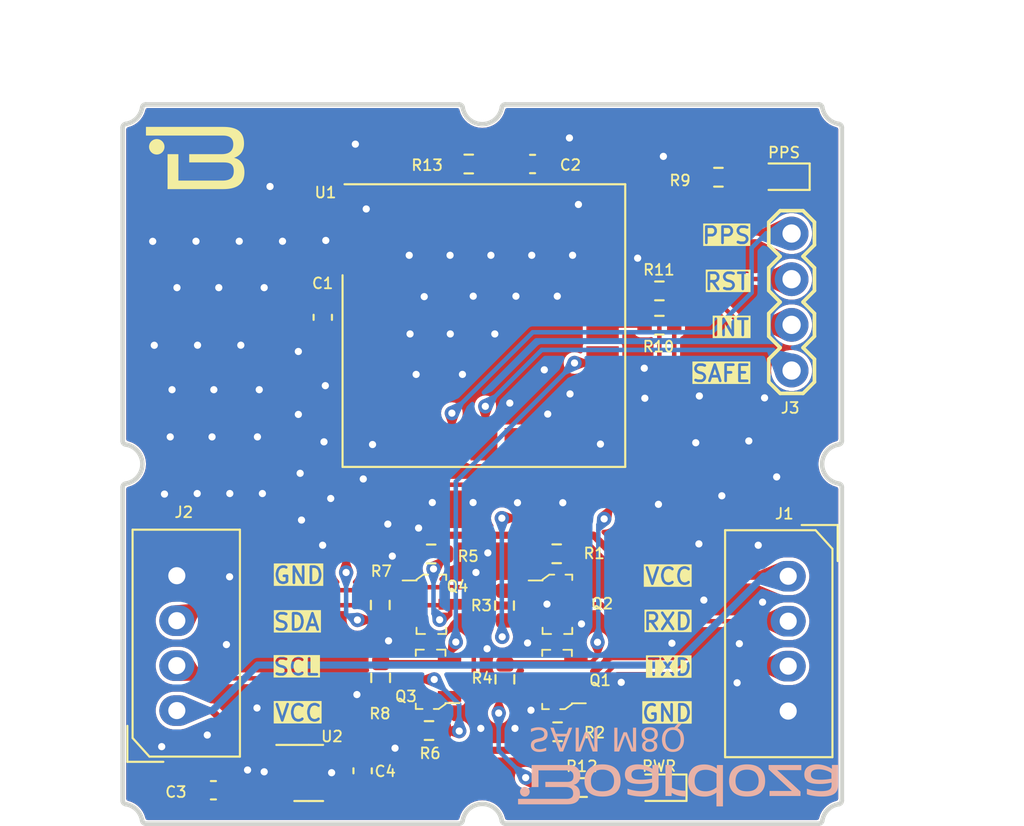
<source format=kicad_pcb>
(kicad_pcb (version 20240108) (generator "pcbnew") (generator_version "8.0")
  (layers (0 "F.Cu" signal) (31 "B.Cu" signal) (34 "B.Paste" user) (35 "F.Paste" user) (36 "B.SilkS" user "B.Silkscreen") (37 "F.SilkS" user "F.Silkscreen") (38 "B.Mask" user) (39 "F.Mask" user) (44 "Edge.Cuts" user))
  (net 0 "")
  (net 1 "+3V3")
  (net 2 "GND")
  (net 3 "SCL")
  (net 4 "Net-(D1-A)")
  (net 5 "SDA")
  (net 6 "PPS")
  (net 7 "VCC")
  (net 8 "SAFEBOOT")
  (net 9 "RESET")
  (net 10 "Net-(Q1-S)")
  (net 11 "GPS_TX")
  (net 12 "GPS_RX")
  (net 13 "GPS_INT")
  (net 14 "RXD")
  (net 15 "TXD")
  (net 16 "Net-(Q2-S)")
  (net 17 "GPS_SCL")
  (net 18 "GPS_SDA")
  (net 20 "Net-(D2-A)")
  (footprint "digikey-footprints:SOT-23-3" (layer "F.Cu") (at 114.096 91.01)
    (property "Reference" "Q4")
    (property "Value" "2N7002_R1_00001" (hide yes))
  )
  (footprint "Capacitor_SMD:C_0603_1608Metric" (layer "F.Cu") (at 110.2735 100.27 -90)
    (property "Reference" "C4")
    (property "Value" "1uF" (hide yes))
  )
  (footprint "LED_SMD:LED_0603_1608Metric" (layer "F.Cu") (at 126.8 101.21 180)
    (property "Reference" "PWR")
    (property "Value" "LED POWER" (hide yes))
  )
  (footprint "others:2317-04S_1x04_P2.50mm_Vertical" (layer "F.Cu") (at 99.941 96.92 90)
    (property "Reference" "J2")
    (property "Value" "MOLEX_CONNECTOR_1X4" (hide yes))
  )
  (footprint "Resistor_SMD:R_0603_1608Metric" (layer "F.Cu") (at 113.966 98.03)
    (property "Reference" "R6")
    (property "Value" "10K" (hide yes))
  )
  (footprint "Resistor_SMD:R_0603_1608Metric" (layer "F.Cu") (at 121.066 88.2)
    (property "Reference" "R1")
    (property "Value" "10K" (hide yes))
  )
  (footprint "Resistor_SMD:R_0603_1608Metric" (layer "F.Cu") (at 130.061 67.26)
    (property "Reference" "R9")
    (property "Value" "10K" (hide yes))
  )
  (footprint "Resistor_SMD:R_0603_1608Metric" (layer "F.Cu") (at 114.086 88.21)
    (property "Reference" "R5")
    (property "Value" "10K" (hide yes))
  )
  (footprint "Resistor_SMD:R_0603_1608Metric" (layer "F.Cu") (at 116.175 66.525 180)
    (property "Reference" "R13")
    (property "Value" "10K" (hide yes))
  )
  (footprint "Resistor_SMD:R_0603_1608Metric" (layer "F.Cu") (at 111.276 95.1 90)
    (property "Reference" "R8")
    (property "Value" "10K" (hide yes))
  )
  (footprint "Package_TO_SOT_SMD:SOT-23-5" (layer "F.Cu") (at 107.276 100.39)
    (property "Reference" "U2")
    (property "Value" "TLV73333PDBVR" (hide yes))
  )
  (footprint "Connectors:1X04" (layer "F.Cu") (at 134.13 70.39 -90)
    (property "Reference" "J3")
    (property "Value" "CONN_04" (hide yes))
  )
  (footprint "Resistor_SMD:R_0603_1608Metric" (layer "F.Cu") (at 122.51 101.2)
    (property "Reference" "R12")
    (property "Value" "10K" (hide yes))
  )
  (footprint "digikey-footprints:SOT-23-3" (layer "F.Cu") (at 114.056 95.18 180)
    (property "Reference" "Q3")
    (property "Value" "2N7002_R1_00001" (hide yes))
  )
  (footprint "Capacitor_SMD:C_0603_1608Metric" (layer "F.Cu") (at 119.725 66.525)
    (property "Reference" "C2")
    (property "Value" "100nF" (hide yes))
  )
  (footprint "Resistor_SMD:R_0603_1608Metric" (layer "F.Cu") (at 118.166 91.08 -90)
    (property "Reference" "R3")
    (property "Value" "10K" (hide yes))
  )
  (footprint "Resistor_SMD:R_0603_1608Metric" (layer "F.Cu") (at 111.256 91.05 -90)
    (property "Reference" "R7")
    (property "Value" "10K" (hide yes))
  )
  (footprint "Resistor_SMD:R_0603_1608Metric" (layer "F.Cu") (at 126.778 75.49 180)
    (property "Reference" "R10")
    (property "Value" "470" (hide yes))
  )
  (footprint "digikey-footprints:SOT-23-3" (layer "F.Cu") (at 121.086 95.19 180)
    (property "Reference" "Q1")
    (property "Value" "2N7002_R1_00001" (hide yes))
  )
  (footprint "digikey-footprints:SOT-23-3" (layer "F.Cu") (at 121.106 91.01)
    (property "Reference" "Q2")
    (property "Value" "2N7002_R1_00001" (hide yes))
  )
  (footprint "others:2317-04S_1x04_P2.50mm_Vertical" (layer "F.Cu") (at 133.941 89.45 -90)
    (property "Reference" "J1")
    (property "Value" "MOLEX_CONNECTOR_1X4" (hide yes))
  )
  (footprint "Resistor_SMD:R_0603_1608Metric" (layer "F.Cu") (at 118.186 95.18 90)
    (property "Reference" "R4")
    (property "Value" "10K" (hide yes))
  )
  (footprint "Fiducial:Fiducial_0.5mm_Mask1mm" (layer "F.Cu") (at 98.5 101.18)
    (property "Reference" "REF**" (hide yes))
    (property "Value" "Fiducial_0.5mm_Mask1mm" (hide yes))
  )
  (footprint "Capacitor_SMD:C_0603_1608Metric" (layer "F.Cu") (at 101.975 101.35 180)
    (property "Reference" "C3")
    (property "Value" "1uF" (hide yes))
  )
  (footprint "Resistor_SMD:R_0603_1608Metric" (layer "F.Cu") (at 126.778 73.58 180)
    (property "Reference" "R11")
    (property "Value" "470" (hide yes))
  )
  (footprint "LED_SMD:LED_0603_1608Metric" (layer "F.Cu") (at 133.651 67.23 180)
    (property "Reference" "PPS")
    (property "Value" "LED RED" (hide yes))
  )
  (footprint "Fiducial:Fiducial_0.5mm_Mask1mm" (layer "F.Cu") (at 134.89 64.69)
    (property "Reference" "REF**" (hide yes))
    (property "Value" "Fiducial_0.5mm_Mask1mm" (hide yes))
  )
  (footprint "RF_GPS:ublox_SAM-M8Q" (layer "F.Cu") (at 117.018 75.51)
    (property "Reference" "U1")
    (property "Value" "ublox_SAM-M8Q" (hide yes))
  )
  (footprint "Capacitor_SMD:C_0603_1608Metric" (layer "F.Cu") (at 108.058 75.05 -90)
    (property "Reference" "C1")
    (property "Value" "100nF" (hide yes))
  )
  (footprint "Resistor_SMD:R_0603_1608Metric" (layer "F.Cu") (at 121.116 98.1 180)
    (property "Reference" "R2")
    (property "Value" "10K" (hide yes))
  )
  (gr_poly (pts (xy 134.626515 101.423689) (xy 133.328734 100.229095) (xy 134.670172 100.233065) (xy 134.670172 99.947314) (xy 132.852484 99.947314) (xy 132.852484 100.193377) (xy 134.146297 101.391939) (xy 132.904078 101.38797) (xy 132.904078 101.669751) (xy 134.626515 101.669751)) (fill solid) (layer "B.SilkS"))
  (gr_poly (pts (xy 119.309123 101.701151) (xy 119.322829 101.700109) (xy 119.336335 101.698392) (xy 119.349625 101.696019) (xy 119.362681 101.693006) (xy 119.375488 101.689369) (xy 119.388028 101.685126) (xy 119.400283 101.680294) (xy 119.412238 101.674889) (xy 119.423874 101.668929) (xy 119.435176 101.662431) (xy 119.446125 101.655411) (xy 119.456706 101.647887) (xy 119.466901 101.639876) (xy 119.476694 101.631393) (xy 119.486066 101.622457) (xy 119.495002 101.613085) (xy 119.503484 101.603292) (xy 119.511496 101.593097) (xy 119.51902 101.582516) (xy 119.52604 101.571567) (xy 119.532538 101.560265) (xy 119.538498 101.548629) (xy 119.543903 101.536674) (xy 119.548735 101.524419) (xy 119.552978 101.511879) (xy 119.556614 101.499073) (xy 119.559628 101.486016) (xy 119.562001 101.472726) (xy 119.563717 101.45922) (xy 119.56476 101.445514) (xy 119.565111 101.431627) (xy 119.56476 101.417739) (xy 119.563717 101.404034) (xy 119.562001 101.390528) (xy 119.559628 101.377238) (xy 119.556614 101.364181) (xy 119.552978 101.351374) (xy 119.548735 101.338835) (xy 119.543903 101.32658) (xy 119.538498 101.314625) (xy 119.532538 101.302989) (xy 119.52604 101.291687) (xy 119.51902 101.280737) (xy 119.511496 101.270157) (xy 119.503484 101.259962) (xy 119.495002 101.250169) (xy 119.486066 101.240797) (xy 119.476694 101.231861) (xy 119.466901 101.223378) (xy 119.456706 101.215367) (xy 119.446125 101.207843) (xy 119.435176 101.200823) (xy 119.423874 101.194325) (xy 119.412238 101.188365) (xy 119.400283 101.18296) (xy 119.388028 101.178128) (xy 119.375488 101.173885) (xy 119.362681 101.170249) (xy 119.349625 101.167235) (xy 119.336335 101.164862) (xy 119.322829 101.163145) (xy 119.309123 101.162103) (xy 119.295235 101.161752) (xy 119.281348 101.162103) (xy 119.267642 101.163145) (xy 119.254136 101.164862) (xy 119.240846 101.167235) (xy 119.227789 101.170249) (xy 119.214983 101.173885) (xy 119.202443 101.178128) (xy 119.190188 101.18296) (xy 119.178233 101.188365) (xy 119.166597 101.194325) (xy 119.155295 101.200823) (xy 119.144346 101.207843) (xy 119.133765 101.215367) (xy 119.12357 101.223378) (xy 119.113778 101.231861) (xy 119.104405 101.240797) (xy 119.095469 101.250169) (xy 119.086987 101.259962) (xy 119.078975 101.270157) (xy 119.071451 101.280737) (xy 119.064431 101.291687) (xy 119.057933 101.302989) (xy 119.051973 101.314625) (xy 119.046569 101.32658) (xy 119.041736 101.338835) (xy 119.037493 101.351374) (xy 119.033857 101.364181) (xy 119.030843 101.377238) (xy 119.02847 101.390528) (xy 119.026754 101.404034) (xy 119.025712 101.417739) (xy 119.02536 101.431627) (xy 119.025712 101.445514) (xy 119.026754 101.45922) (xy 119.02847 101.472726) (xy 119.030843 101.486016) (xy 119.033857 101.499073) (xy 119.037493 101.511879) (xy 119.041736 101.524419) (xy 119.046569 101.536674) (xy 119.051973 101.548629) (xy 119.057933 101.560265) (xy 119.064431 101.571567) (xy 119.071451 101.582516) (xy 119.078975 101.593097) (xy 119.086987 101.603292) (xy 119.095469 101.613085) (xy 119.104405 101.622457) (xy 119.113778 101.631393) (xy 119.12357 101.639876) (xy 119.133765 101.647887) (xy 119.144346 101.655411) (xy 119.155295 101.662431) (xy 119.166597 101.668929) (xy 119.178233 101.674889) (xy 119.190188 101.680294) (xy 119.202443 101.685126) (xy 119.214983 101.689369) (xy 119.227789 101.693006) (xy 119.240846 101.696019) (xy 119.254136 101.698392) (xy 119.267642 101.700109) (xy 119.281348 101.701151) (xy 119.295235 101.701502)) (fill solid) (layer "B.SilkS"))
  (gr_poly (pts (xy 128.252703 101.380032) (xy 128.183055 101.379075) (xy 128.11689 101.376281) (xy 128.054061 101.371765) (xy 127.994425 101.365646) (xy 127.937834 101.358038) (xy 127.884145 101.349058) (xy 127.833211 101.338822) (xy 127.784887 101.327447) (xy 127.739029 101.315048) (xy 127.69549 101.301743) (xy 127.654125 101.287647) (xy 127.614789 101.272876) (xy 127.577337 101.257548) (xy 127.541623 101.241778) (xy 127.507502 101.225682) (xy 127.474828 101.209377) (xy 127.474828 99.943345) (xy 127.113672 99.943345) (xy 127.113672 101.669751) (xy 127.454985 101.669751) (xy 127.458953 101.665783) (xy 127.458953 101.491157) (xy 127.495947 101.513096) (xy 127.534081 101.534209) (xy 127.57347 101.554415) (xy 127.614231 101.573633) (xy 127.65648 101.591781) (xy 127.700334 101.608778) (xy 127.745909 101.624543) (xy 127.79332 101.638993) (xy 127.842686 101.652049) (xy 127.89412 101.663628) (xy 127.947741 101.673648) (xy 128.003664 101.682029) (xy 128.062005 101.68869) (xy 128.122881 101.693548) (xy 128.186408 101.696523) (xy 128.252703 101.697532)) (fill solid) (layer "B.SilkS"))
  (gr_poly (pts (xy 135.797297 101.7015) (xy 135.914156 101.699214) (xy 135.969289 101.696349) (xy 136.022253 101.69233) (xy 136.073068 101.68715) (xy 136.121757 101.680806) (xy 136.16834 101.673292) (xy 136.212838 101.664603) (xy 136.255272 101.654733) (xy 136.295663 101.643679) (xy 136.334033 101.631434) (xy 136.370402 101.617993) (xy 136.404791 101.603352) (xy 136.437222 101.587506) (xy 136.467716 101.570448) (xy 136.496293 101.552175) (xy 136.522975 101.532681) (xy 136.547783 101.511962) (xy 136.570738 101.490011) (xy 136.591861 101.466824) (xy 136.611173 101.442396) (xy 136.628695 101.416721) (xy 136.644448 101.389795) (xy 136.658454 101.361613) (xy 136.670733 101.332169) (xy 136.681306 101.301459) (xy 136.690195 101.269477) (xy 136.697421 101.236217) (xy 136.703004 101.201677) (xy 136.706966 101.165849) (xy 136.709327 101.128729) (xy 136.71011 101.090312) (xy 136.71011 99.943343) (xy 136.368797 99.943343) (xy 136.368797 100.157657) (xy 136.335547 100.135927) (xy 136.298506 100.114039) (xy 136.257977 100.09221) (xy 136.214263 100.070655) (xy 136.167665 100.049587) (xy 136.118486 100.029223) (xy 136.067028 100.009778) (xy 136.013593 99.991466) (xy 135.958484 99.974503) (xy 135.902003 99.959103) (xy 135.844452 99.945483) (xy 135.786134 99.933857) (xy 135.727351 99.92444) (xy 135.668405 99.917447) (xy 135.609598 99.913093) (xy 135.551234 99.911595) (xy 135.48631 99.913039) (xy 135.421405 99.917571) (xy 135.357092 99.925486) (xy 135.293947 99.937081) (xy 135.262993 99.944351) (xy 135.232547 99.952653) (xy 135.202681 99.962023) (xy 135.173466 99.972498) (xy 135.144976 99.984115) (xy 135.117281 99.996912) (xy 135.090454 100.010925) (xy 135.064566 100.026192) (xy 135.03969 100.042749) (xy 135.015898 100.060635) (xy 134.993261 100.079884) (xy 134.971851 100.100536) (xy 134.951741 100.122627) (xy 134.933002 100.146193) (xy 134.915706 100.171273) (xy 134.899925 100.197903) (xy 134.885732 100.226119) (xy 134.873197 100.25596) (xy 134.862394 100.287462) (xy 134.853393 100.320663) (xy 134.846267 100.355599) (xy 134.841089 100.392307) (xy 134.837929 100.430825) (xy 134.836964 100.467219) (xy 135.201984 100.467219) (xy 135.202437 100.45) (xy 135.203794 100.433316) (xy 135.206052 100.417168) (xy 135.209209 100.401557) (xy 135.21326 100.386484) (xy 135.218204 100.37195) (xy 135.224038 100.357954) (xy 135.230758 100.344499) (xy 135.238362 100.331584) (xy 135.246846 100.319211) (xy 135.256208 100.307379) (xy 135.266446 100.296091) (xy 135.277555 100.285346) (xy 135.289533 100.275146) (xy 135.302378 100.26549) (xy 135.316086 100.25638) (xy 135.34608 100.239801) (xy 135.379493 100.225413) (xy 135.416301 100.213223) (xy 135.456481 100.203236) (xy 135.500009 100.195459) (xy 135.546863 100.189896) (xy 135.597019 100.186554) (xy 135.650454 100.185439) (xy 135.696406 100.186451) (xy 135.743293 100.189446) (xy 135.790844 100.19436) (xy 135.838784 100.201128) (xy 135.88684 100.209686) (xy 135.934739 100.219972) (xy 135.982208 100.23192) (xy 136.028974 100.245466) (xy 136.074762 100.260548) (xy 136.119301 100.2771) (xy 136.162317 100.295059) (xy 136.203537 100.314361) (xy 136.242687 100.334943) (xy 136.279494 100.356739) (xy 136.313684 100.379686) (xy 136.344986 100.403721) (xy 136.344986 100.709314) (xy 136.282749 100.719677) (xy 136.215443 100.729716) (xy 136.143579 100.739103) (xy 136.067668 100.747513) (xy 135.988224 100.754621) (xy 135.905756 100.760101) (xy 135.820776 100.763628) (xy 135.733797 100.764876) (xy 135.667 100.764062) (xy 135.604976 100.761527) (xy 135.54766 100.757132) (xy 135.520749 100.754194) (xy 135.49499 100.750737) (xy 135.470377 100.746746) (xy 135.446901 100.742203) (xy 135.424554 100.73709) (xy 135.403329 100.73139) (xy 135.383217 100.725085) (xy 135.36421 100.718158) (xy 135.346301 100.710592) (xy 135.329481 100.702368) (xy 135.313742 100.69347) (xy 135.299077 100.683881) (xy 135.285476 100.673582) (xy 135.272934 100.662557) (xy 135.26144 100.650787) (xy 135.250988 100.638256) (xy 135.24157 100.624946) (xy 135.233176 100.610839) (xy 135.2258 100.595918) (xy 135.219434 100.580166) (xy 135.214069 100.563565) (xy 135.209697 100.546099) (xy 135.206311 100.527748) (xy 135.203902 100.508496) (xy 135.202462 100.488326) (xy 135.201984 100.467219) (xy 134.836964 100.467219) (xy 134.836859 100.471189) (xy 134.837944 100.511474) (xy 134.841166 100.549759) (xy 134.846477 100.586092) (xy 134.853827 100.620521) (xy 134.863169 100.653092) (xy 134.874453 100.683853) (xy 134.887631 100.712851) (xy 134.902654 100.740134) (xy 134.919473 100.765748) (xy 134.93804 100.78974) (xy 134.958306 100.812159) (xy 134.980223 100.833051) (xy 135.003741 100.852463) (xy 135.028812 100.870443) (xy 135.055387 100.887037) (xy 135.083418 100.902294) (xy 135.143652 100.928983) (xy 135.209124 100.950888) (xy 135.279444 100.968386) (xy 135.354223 100.981855) (xy 135.433072 100.991673) (xy 135.515601 100.998218) (xy 135.60142 101.001868) (xy 135.690141 101.003001) (xy 135.783243 101.001373) (xy 135.874625 100.996676) (xy 135.963682 100.989188) (xy 136.049808 100.979189) (xy 136.1324 100.966957) (xy 136.210853 100.952772) (xy 136.284561 100.936913) (xy 136.352921 100.919658) (xy 136.352921 101.074439) (xy 136.351072 101.115373) (xy 136.345387 101.153372) (xy 136.335655 101.188475) (xy 136.329206 101.204954) (xy 136.321667 101.220724) (xy 136.313012 101.235791) (xy 136.303215 101.25016) (xy 136.292249 101.263835) (xy 136.280089 101.276822) (xy 136.266707 101.289126) (xy 136.252079 101.300752) (xy 136.236177 101.311705) (xy 136.218976 101.32199) (xy 136.180572 101.340577) (xy 136.136656 101.356554) (xy 136.08702 101.369961) (xy 136.031453 101.380839) (xy 135.969748 101.389229) (xy 135.901694 101.395171) (xy 135.827082 101.398707) (xy 135.745703 101.399876) (xy 135.69363 101.399189) (xy 135.641655 101.397163) (xy 135.589878 101.393859) (xy 135.538398 101.389334) (xy 135.487313 101.383647) (xy 135.436722 101.376855) (xy 135.386724 101.369016) (xy 135.337418 101.360189) (xy 135.288903 101.350432) (xy 135.241277 101.339802) (xy 135.194639 101.328359) (xy 135.149088 101.31616) (xy 135.104724 101.303264) (xy 135.061644 101.289728) (xy 135.019948 101.27561) (xy 134.979734 101.26097) (xy 134.979734 101.570533) (xy 135.015513 101.58443) (xy 135.054257 101.59781) (xy 135.095768 101.61062) (xy 135.139849 101.622809) (xy 135.234929 101.645109) (xy 135.337915 101.664294) (xy 135.447226 101.679944) (xy 135.561281 101.691641) (xy 135.678499 101.698967) (xy 135.797297 101.701501)) (fill solid) (layer "B.SilkS"))
  (gr_poly (pts (xy 131.715114 101.700608) (xy 131.774421 101.697933) (xy 131.831836 101.693487) (xy 131.887357 101.687278) (xy 131.940979 101.679316) (xy 131.9927 101.669611) (xy 132.042515 101.658173) (xy 132.090422 101.645009) (xy 132.136415 101.630131) (xy 132.180493 101.613547) (xy 132.22265 101.595267) (xy 132.262884 101.5753) (xy 132.301191 101.553656) (xy 132.337566 101.530345) (xy 132.372008 101.505375) (xy 132.404511 101.478756) (xy 132.435072 101.450498) (xy 132.463688 101.420609) (xy 132.490355 101.3891) (xy 132.51507 101.35598) (xy 132.537828 101.321259) (xy 132.558626 101.284945) (xy 132.577461 101.247048) (xy 132.594328 101.207579) (xy 132.609225 101.166545) (xy 132.622147 101.123957) (xy 132.633092 101.079824) (xy 132.642054 101.034155) (xy 132.649031 100.98696) (xy 132.654019 100.938249) (xy 132.657015 100.888031) (xy 132.658014 100.836314) (xy 132.657015 100.781285) (xy 132.654019 100.727825) (xy 132.649031 100.675946) (xy 132.642054 100.625661) (xy 132.633092 100.57698) (xy 132.622147 100.529915) (xy 132.609225 100.484478) (xy 132.594329 100.44068) (xy 132.577461 100.398533) (xy 132.558626 100.358049) (xy 132.537828 100.31924) (xy 132.51507 100.282116) (xy 132.490356 100.24669) (xy 132.463689 100.212973) (xy 132.435073 100.180977) (xy 132.404511 100.150713) (xy 132.372008 100.122194) (xy 132.337567 100.09543) (xy 132.301191 100.070433) (xy 132.262885 100.047216) (xy 132.222651 100.025789) (xy 132.180493 100.006164) (xy 132.136416 99.988353) (xy 132.090422 99.972367) (xy 132.042516 99.958219) (xy 131.9927 99.945919) (xy 131.94098 99.93548) (xy 131.887357 99.926913) (xy 131.831836 99.920229) (xy 131.774421 99.915441) (xy 131.653921 99.911596) (xy 131.592739 99.91257) (xy 131.533466 99.915484) (xy 131.476104 99.920324) (xy 131.420656 99.927076) (xy 131.367123 99.935725) (xy 131.315508 99.946259) (xy 131.265813 99.958664) (xy 131.218041 99.972925) (xy 131.172192 99.98903) (xy 131.12827 100.006963) (xy 131.086276 100.026712) (xy 131.046214 100.048262) (xy 131.008084 100.071599) (xy 130.97189 100.096711) (xy 130.937633 100.123583) (xy 130.905315 100.152201) (xy 130.87494 100.182551) (xy 130.846508 100.21462) (xy 130.820022 100.248394) (xy 130.795485 100.283859) (xy 130.772898 100.321002) (xy 130.752264 100.359807) (xy 130.733584 100.400262) (xy 130.716862 100.442353) (xy 130.702099 100.486067) (xy 130.689297 100.531388) (xy 130.678459 100.578303) (xy 130.669586 100.6268) (xy 130.662681 100.676863) (xy 130.657747 100.728479) (xy 130.654784 100.781634) (xy 130.653796 100.836314) (xy 131.010985 100.836314) (xy 131.011635 100.798888) (xy 131.013584 100.762516) (xy 131.016825 100.727209) (xy 131.021356 100.692974) (xy 131.027172 100.65982) (xy 131.034268 100.627757) (xy 131.04264 100.596792) (xy 131.052284 100.566935) (xy 131.063196 100.538194) (xy 131.07537 100.510578) (xy 131.088803 100.484096) (xy 131.10349 100.458756) (xy 131.119428 100.434567) (xy 131.13661 100.411537) (xy 131.155034 100.389677) (xy 131.174695 100.368994) (xy 131.195588 100.349496) (xy 131.21771 100.331194) (xy 131.241055 100.314094) (xy 131.26562 100.298207) (xy 131.291399 100.283541) (xy 131.318389 100.270104) (xy 131.346586 100.257906) (xy 131.375985 100.246955) (xy 131.406581 100.237259) (xy 131.43837 100.228828) (xy 131.471349 100.22167) (xy 131.505512 100.215794) (xy 131.540855 100.211208) (xy 131.577373 100.207922) (xy 131.615064 100.205944) (xy 131.653921 100.205283) (xy 131.692778 100.205989) (xy 131.730469 100.208097) (xy 131.766988 100.211588) (xy 131.802331 100.216445) (xy 131.836494 100.222651) (xy 131.869472 100.230188) (xy 131.901261 100.239039) (xy 131.931858 100.249187) (xy 131.961256 100.260614) (xy 131.989453 100.273302) (xy 132.016443 100.287234) (xy 132.042223 100.302393) (xy 132.066788 100.318761) (xy 132.090133 100.336321) (xy 132.112254 100.355055) (xy 132.133148 100.374946) (xy 132.152809 100.395977) (xy 132.171233 100.41813) (xy 132.188416 100.441387) (xy 132.204353 100.465732) (xy 132.21904 100.491146) (xy 132.232473 100.517612) (xy 132.244648 100.545113) (xy 132.255559 100.573632) (xy 132.265203 100.603151) (xy 132.273575 100.633652) (xy 132.280672 100.665118) (xy 132.286487 100.697532) (xy 132.291018 100.730876) (xy 132.29426 100.765132) (xy 132.296208 100.800284) (xy 132.296859 100.836314) (xy 132.296231 100.872173) (xy 132.294347 100.906827) (xy 132.291208 100.940281) (xy 132.286813 100.972539) (xy 132.281162 101.003604) (xy 132.274255 101.033482) (xy 132.266093 101.062178) (xy 132.256675 101.089694) (xy 132.246001 101.116036) (xy 132.234072 101.141208) (xy 132.220886 101.165215) (xy 132.206445 101.18806) (xy 132.190749 101.209748) (xy 132.173796 101.230284) (xy 132.155588 101.249672) (xy 132.136124 101.267916) (xy 132.115404 101.28502) (xy 132.093429 101.300989) (xy 132.070198 101.315828) (xy 132.045711 101.32954) (xy 132.019968 101.34213) (xy 131.99297 101.353602) (xy 131.964716 101.363961) (xy 131.935206 101.373211) (xy 131.90444 101.381357) (xy 131.872419 101.388402) (xy 131.804609 101.39921) (xy 131.731777 101.405668) (xy 131.653921 101.407814) (xy 131.576066 101.405843) (xy 131.503233 101.399861) (xy 131.4687 101.395333) (xy 131.435423 101.389762) (xy 131.403402 101.383137) (xy 131.372637 101.375444) (xy 131.343127 101.366669) (xy 131.314873 101.356799) (xy 131.287874 101.345823) (xy 131.262132 101.333725) (xy 131.237645 101.320494) (xy 131.214414 101.306116) (xy 131.192439 101.290579) (xy 131.171719 101.273868) (xy 131.152255 101.255972) (xy 131.134047 101.236877) (xy 131.117094 101.216569) (xy 131.101398 101.195036) (xy 131.086957 101.172265) (xy 131.073772 101.148243) (xy 131.061842 101.122956) (xy 131.051168 101.096391) (xy 131.04175 101.068536) (xy 131.033588 101.039377) (xy 131.026682 101.008902) (xy 131.021031 100.977096) (xy 131.016636 100.943948) (xy 131.013496 100.909443) (xy 131.011613 100.87357) (xy 131.010985 100.836314) (xy 130.653796 100.836314) (xy 130.654795 100.887681) (xy 130.65779 100.937595) (xy 130.662776 100.986043) (xy 130.669749 101.033015) (xy 130.678704 101.078499) (xy 130.689637 101.122483) (xy 130.702544 101.164955) (xy 130.71742 101.205904) (xy 130.734262 101.245318) (xy 130.753063 101.283186) (xy 130.773822 101.319496) (xy 130.796532 101.354236) (xy 130.821189 101.387395) (xy 130.84779 101.41896) (xy 130.87633 101.448922) (xy 130.906804 101.477267) (xy 130.939208 101.503984) (xy 130.973538 101.529062) (xy 131.00979 101.552489) (xy 131.047958 101.574253) (xy 131.088039 101.594343) (xy 131.130029 101.612747) (xy 131.173922 101.629453) (xy 131.219715 101.64445) (xy 131.267403 101.657727) (xy 131.316983 101.669271) (xy 131.368448 101.67907) (xy 131.421796 101.687115) (xy 131.53412 101.697889) (xy 131.653921 101.701501) (xy 131.653921 101.701502)) (fill solid) (layer "B.SilkS"))
  (gr_poly (pts (xy 125.81986 101.7015) (xy 125.936719 101.699214) (xy 125.991852 101.696349) (xy 126.044816 101.69233) (xy 126.095631 101.68715) (xy 126.14432 101.680806) (xy 126.190903 101.673292) (xy 126.235401 101.664603) (xy 126.277835 101.654733) (xy 126.318226 101.643679) (xy 126.356596 101.631434) (xy 126.392965 101.617993) (xy 126.427354 101.603352) (xy 126.459785 101.587506) (xy 126.490279 101.570448) (xy 126.518856 101.552175) (xy 126.545538 101.532681) (xy 126.570346 101.511962) (xy 126.593301 101.490011) (xy 126.614424 101.466824) (xy 126.633736 101.442396) (xy 126.651258 101.416721) (xy 126.667011 101.389795) (xy 126.681017 101.361613) (xy 126.693296 101.332169) (xy 126.703869 101.301459) (xy 126.712758 101.269477) (xy 126.719984 101.236217) (xy 126.725567 101.201677) (xy 126.729528 101.165849) (xy 126.73189 101.128729) (xy 126.732673 101.090312) (xy 126.732673 99.943343) (xy 126.39136 99.943343) (xy 126.39136 100.157657) (xy 126.35811 100.135927) (xy 126.32107 100.114039) (xy 126.280541 100.09221) (xy 126.236827 100.070655) (xy 126.190229 100.049587) (xy 126.14105 100.029223) (xy 126.089592 100.009778) (xy 126.036157 99.991466) (xy 125.981048 99.974503) (xy 125.924567 99.959103) (xy 125.867017 99.945483) (xy 125.808698 99.933857) (xy 125.749915 99.92444) (xy 125.690969 99.917447) (xy 125.632163 99.913093) (xy 125.573798 99.911595) (xy 125.508875 99.913039) (xy 125.443969 99.917571) (xy 125.379656 99.925486) (xy 125.316512 99.937081) (xy 125.285557 99.944351) (xy 125.255111 99.952653) (xy 125.225245 99.962023) (xy 125.19603 99.972498) (xy 125.16754 99.984115) (xy 125.139845 99.996912) (xy 125.113018 100.010925) (xy 125.08713 100.026192) (xy 125.062254 100.042749) (xy 125.038462 100.060635) (xy 125.015824 100.079884) (xy 124.994415 100.100536) (xy 124.974304 100.122627) (xy 124.955565 100.146193) (xy 124.93827 100.171273) (xy 124.922489 100.197903) (xy 124.908295 100.226119) (xy 124.895761 100.25596) (xy 124.884957 100.287462) (xy 124.875957 100.320663) (xy 124.868831 100.355599) (xy 124.863652 100.392307) (xy 124.860492 100.430825) (xy 124.859528 100.467219) (xy 125.224547 100.467219) (xy 125.225 100.45) (xy 125.226357 100.433316) (xy 125.228615 100.417168) (xy 125.231772 100.401557) (xy 125.235823 100.386484) (xy 125.240767 100.37195) (xy 125.246601 100.357954) (xy 125.253321 100.344499) (xy 125.260925 100.331584) (xy 125.269409 100.319211) (xy 125.278771 100.307379) (xy 125.289009 100.296091) (xy 125.300118 100.285346) (xy 125.312096 100.275146) (xy 125.324941 100.26549) (xy 125.338649 100.25638) (xy 125.368643 100.239801) (xy 125.402056 100.225413) (xy 125.438864 100.213223) (xy 125.479043 100.203236) (xy 125.522572 100.195459) (xy 125.569425 100.189896) (xy 125.619581 100.186554) (xy 125.673016 100.185439) (xy 125.718967 100.186451) (xy 125.765855 100.189446) (xy 125.813405 100.19436) (xy 125.861345 100.201128) (xy 125.909402 100.209686) (xy 125.957301 100.219972) (xy 126.00477 100.23192) (xy 126.051535 100.245466) (xy 126.097324 100.260548) (xy 126.141863 100.2771) (xy 126.184879 100.295059) (xy 126.226098 100.314361) (xy 126.265248 100.334943) (xy 126.302055 100.356739) (xy 126.336245 100.379686) (xy 126.367547 100.403721) (xy 126.367547 100.709314) (xy 126.30531 100.719677) (xy 126.238005 100.729716) (xy 126.166141 100.739103) (xy 126.090231 100.747513) (xy 126.010786 100.754621) (xy 125.928318 100.760101) (xy 125.843339 100.763628) (xy 125.75636 100.764876) (xy 125.689563 100.764062) (xy 125.627538 100.761527) (xy 125.570223 100.757132) (xy 125.543311 100.754194) (xy 125.517553 100.750737) (xy 125.49294 100.746746) (xy 125.469464 100.742203) (xy 125.447117 100.73709) (xy 125.425892 100.73139) (xy 125.40578 100.725085) (xy 125.386773 100.718158) (xy 125.368863 100.710592) (xy 125.352043 100.702368) (xy 125.336305 100.69347) (xy 125.321639 100.683881) (xy 125.308039 100.673582) (xy 125.295496 100.662557) (xy 125.284003 100.650787) (xy 125.273551 100.638256) (xy 125.264132 100.624946) (xy 125.255739 100.610839) (xy 125.248363 100.595918) (xy 125.241997 100.580166) (xy 125.236632 100.563565) (xy 125.23226 100.546099) (xy 125.228874 100.527748) (xy 125.226465 100.508496) (xy 125.225025 100.488326) (xy 125.224547 100.467219) (xy 124.859528 100.467219) (xy 124.859423 100.471189) (xy 124.860508 100.511474) (xy 124.86373 100.549759) (xy 124.86904 100.586092) (xy 124.876391 100.620521) (xy 124.885733 100.653092) (xy 124.897017 100.683853) (xy 124.910194 100.712851) (xy 124.925217 100.740134) (xy 124.942037 100.765748) (xy 124.960604 100.78974) (xy 124.98087 100.812159) (xy 125.002786 100.833051) (xy 125.026304 100.852463) (xy 125.051376 100.870443) (xy 125.077951 100.887037) (xy 125.105982 100.902294) (xy 125.166216 100.928983) (xy 125.231687 100.950888) (xy 125.302008 100.968386) (xy 125.376787 100.981855) (xy 125.455636 100.991673) (xy 125.538165 100.998218) (xy 125.623984 101.001868) (xy 125.712704 101.003001) (xy 125.805807 101.001373) (xy 125.897189 100.996676) (xy 125.986246 100.989188) (xy 126.072372 100.979189) (xy 126.154964 100.966957) (xy 126.233416 100.952772) (xy 126.307125 100.936913) (xy 126.375485 100.919658) (xy 126.375485 101.074439) (xy 126.373637 101.115373) (xy 126.367951 101.153372) (xy 126.358219 101.188475) (xy 126.35177 101.204954) (xy 126.344231 101.220724) (xy 126.335576 101.235791) (xy 126.325779 101.25016) (xy 126.314813 101.263835) (xy 126.302653 101.276822) (xy 126.289271 101.289126) (xy 126.274643 101.300752) (xy 126.258741 101.311705) (xy 126.24154 101.32199) (xy 126.203135 101.340577) (xy 126.159219 101.356554) (xy 126.109583 101.369961) (xy 126.054016 101.380839) (xy 125.992311 101.389229) (xy 125.924257 101.395171) (xy 125.849645 101.398707) (xy 125.768266 101.399876) (xy 125.716193 101.399189) (xy 125.664218 101.397163) (xy 125.612441 101.393859) (xy 125.560961 101.389334) (xy 125.509876 101.383647) (xy 125.459285 101.376855) (xy 125.409287 101.369016) (xy 125.359981 101.360189) (xy 125.311466 101.350432) (xy 125.26384 101.339802) (xy 125.217202 101.328359) (xy 125.171652 101.31616) (xy 125.127287 101.303264) (xy 125.084207 101.289728) (xy 125.042511 101.27561) (xy 125.002297 101.26097) (xy 125.002297 101.570533) (xy 125.038076 101.58443) (xy 125.07682 101.59781) (xy 125.118331 101.61062) (xy 125.162412 101.622809) (xy 125.257491 101.645109) (xy 125.360477 101.664294) (xy 125.469789 101.679944) (xy 125.583844 101.691641) (xy 125.701061 101.698967) (xy 125.81986 101.701501)) (fill solid) (layer "B.SilkS"))
  (gr_poly (pts (xy 123.674428 101.700608) (xy 123.733734 101.697933) (xy 123.79115 101.693487) (xy 123.84667 101.687278) (xy 123.900293 101.679316) (xy 123.952014 101.669611) (xy 124.001829 101.658173) (xy 124.049736 101.645009) (xy 124.095729 101.630131) (xy 124.139807 101.613547) (xy 124.181964 101.595267) (xy 124.222198 101.5753) (xy 124.260505 101.553656) (xy 124.296881 101.530345) (xy 124.331322 101.505375) (xy 124.363825 101.478756) (xy 124.394387 101.450498) (xy 124.423003 101.420609) (xy 124.44967 101.3891) (xy 124.474384 101.35598) (xy 124.497142 101.321259) (xy 124.517941 101.284945) (xy 124.536775 101.247048) (xy 124.553643 101.207579) (xy 124.56854 101.166545) (xy 124.581462 101.123957) (xy 124.592406 101.079824) (xy 124.601369 101.034155) (xy 124.608346 100.98696) (xy 124.613334 100.938249) (xy 124.61633 100.888031) (xy 124.617329 100.836314) (xy 124.61633 100.781285) (xy 124.613334 100.727825) (xy 124.608346 100.675946) (xy 124.601369 100.625661) (xy 124.592406 100.57698) (xy 124.581462 100.529915) (xy 124.56854 100.484478) (xy 124.553643 100.44068) (xy 124.536775 100.398533) (xy 124.517941 100.358049) (xy 124.497142 100.31924) (xy 124.474384 100.282116) (xy 124.44967 100.24669) (xy 124.423003 100.212973) (xy 124.394387 100.180977) (xy 124.363825 100.150713) (xy 124.331322 100.122194) (xy 124.296881 100.09543) (xy 124.260505 100.070433) (xy 124.222198 100.047216) (xy 124.181964 100.025789) (xy 124.139807 100.006164) (xy 124.095729 99.988353) (xy 124.049736 99.972367) (xy 124.001829 99.958219) (xy 123.952014 99.945919) (xy 123.900293 99.93548) (xy 123.84667 99.926913) (xy 123.79115 99.920229) (xy 123.733734 99.915441) (xy 123.613235 99.911596) (xy 123.552053 99.91257) (xy 123.49278 99.915484) (xy 123.435418 99.920324) (xy 123.37997 99.927076) (xy 123.326438 99.935725) (xy 123.274823 99.946259) (xy 123.225128 99.958664) (xy 123.177355 99.972925) (xy 123.131506 99.98903) (xy 123.087584 100.006963) (xy 123.045591 100.026712) (xy 123.005528 100.048262) (xy 122.967398 100.071599) (xy 122.931204 100.096711) (xy 122.896947 100.123583) (xy 122.86463 100.152201) (xy 122.834254 100.182551) (xy 122.805822 100.21462) (xy 122.779337 100.248394) (xy 122.754799 100.283859) (xy 122.732212 100.321002) (xy 122.711578 100.359807) (xy 122.692898 100.400262) (xy 122.676176 100.442353) (xy 122.661413 100.486067) (xy 122.648611 100.531388) (xy 122.637772 100.578303) (xy 122.6289 100.6268) (xy 122.621995 100.676863) (xy 122.61706 100.728479) (xy 122.614098 100.781634) (xy 122.61311 100.836314) (xy 122.970297 100.836314) (xy 122.970948 100.798888) (xy 122.972896 100.762516) (xy 122.976138 100.727209) (xy 122.980669 100.692974) (xy 122.986485 100.65982) (xy 122.993581 100.627757) (xy 123.001953 100.596792) (xy 123.011597 100.566935) (xy 123.022509 100.538194) (xy 123.034683 100.510578) (xy 123.048116 100.484096) (xy 123.062803 100.458756) (xy 123.078741 100.434567) (xy 123.095924 100.411537) (xy 123.114348 100.389677) (xy 123.134009 100.368994) (xy 123.154902 100.349496) (xy 123.177023 100.331194) (xy 123.200369 100.314094) (xy 123.224933 100.298207) (xy 123.250713 100.283541) (xy 123.277703 100.270104) (xy 123.3059 100.257906) (xy 123.335299 100.246955) (xy 123.365895 100.237259) (xy 123.397684 100.228828) (xy 123.430663 100.22167) (xy 123.464826 100.215794) (xy 123.500169 100.211208) (xy 123.536687 100.207922) (xy 123.574378 100.205944) (xy 123.613235 100.205283) (xy 123.652092 100.205989) (xy 123.689783 100.208097) (xy 123.726302 100.211588) (xy 123.761645 100.216445) (xy 123.795808 100.222651) (xy 123.828786 100.230188) (xy 123.860576 100.239039) (xy 123.891172 100.249187) (xy 123.920571 100.260614) (xy 123.948767 100.273302) (xy 123.975758 100.287234) (xy 124.001538 100.302393) (xy 124.026102 100.318761) (xy 124.049447 100.336321) (xy 124.071569 100.355055) (xy 124.092462 100.374946) (xy 124.112123 100.395977) (xy 124.130547 100.41813) (xy 124.14773 100.441387) (xy 124.163667 100.465732) (xy 124.178355 100.491146) (xy 124.191788 100.517612) (xy 124.203962 100.545113) (xy 124.214874 100.573632) (xy 124.224518 100.603151) (xy 124.23289 100.633652) (xy 124.239986 100.665118) (xy 124.245802 100.697532) (xy 124.250333 100.730876) (xy 124.253575 100.765132) (xy 124.255523 100.800284) (xy 124.256173 100.836314) (xy 124.255545 100.872173) (xy 124.253662 100.906827) (xy 124.250523 100.940281) (xy 124.246127 100.972539) (xy 124.240477 101.003604) (xy 124.23357 101.033482) (xy 124.225408 101.062178) (xy 124.21599 101.089694) (xy 124.205316 101.116036) (xy 124.193386 101.141208) (xy 124.180201 101.165215) (xy 124.16576 101.18806) (xy 124.150063 101.209748) (xy 124.133111 101.230284) (xy 124.114902 101.249672) (xy 124.095438 101.267916) (xy 124.074719 101.28502) (xy 124.052743 101.300989) (xy 124.029512 101.315828) (xy 124.005025 101.32954) (xy 123.979283 101.34213) (xy 123.952284 101.353602) (xy 123.92403 101.363961) (xy 123.89452 101.373211) (xy 123.863755 101.381357) (xy 123.831733 101.388402) (xy 123.763923 101.39921) (xy 123.691091 101.405668) (xy 123.613235 101.407814) (xy 123.535379 101.405843) (xy 123.462547 101.399861) (xy 123.428014 101.395333) (xy 123.394737 101.389762) (xy 123.362715 101.383137) (xy 123.33195 101.375444) (xy 123.30244 101.366669) (xy 123.274186 101.356799) (xy 123.247188 101.345823) (xy 123.221445 101.333725) (xy 123.196958 101.320494) (xy 123.173727 101.306116) (xy 123.151751 101.290579) (xy 123.131032 101.273868) (xy 123.111568 101.255972) (xy 123.09336 101.236877) (xy 123.076407 101.216569) (xy 123.06071 101.195036) (xy 123.046269 101.172265) (xy 123.033084 101.148243) (xy 123.021155 101.122956) (xy 123.010481 101.096391) (xy 123.001063 101.068536) (xy 122.992901 101.039377) (xy 122.985994 101.008902) (xy 122.980343 100.977096) (xy 122.975948 100.943948) (xy 122.972809 100.909443) (xy 122.970925 100.87357) (xy 122.970297 100.836314) (xy 122.61311 100.836314) (xy 122.614109 100.887681) (xy 122.617104 100.937595) (xy 122.62209 100.986043) (xy 122.629063 101.033015) (xy 122.638018 101.078499) (xy 122.648951 101.122483) (xy 122.661858 101.164955) (xy 122.676734 101.205904) (xy 122.693575 101.245318) (xy 122.712377 101.283186) (xy 122.733136 101.319496) (xy 122.755846 101.354236) (xy 122.780503 101.387395) (xy 122.807104 101.41896) (xy 122.835644 101.448922) (xy 122.866118 101.477267) (xy 122.898522 101.503984) (xy 122.932852 101.529062) (xy 122.969104 101.552489) (xy 123.007272 101.574253) (xy 123.047353 101.594343) (xy 123.089343 101.612747) (xy 123.133236 101.629453) (xy 123.179029 101.64445) (xy 123.226717 101.657727) (xy 123.276296 101.669271) (xy 123.327762 101.67907) (xy 123.38111 101.687115) (xy 123.493434 101.697889) (xy 123.613235 101.701501) (xy 123.613235 101.701502)) (fill solid) (layer "B.SilkS"))
  (gr_poly (pts (xy 130.312485 99.947314) (xy 129.971173 99.947314) (xy 129.971173 100.14972) (xy 129.940397 100.125508) (xy 129.90765 100.102056) (xy 129.873008 100.079477) (xy 129.836546 100.057881) (xy 129.79834 100.037377) (xy 129.758465 100.018077) (xy 129.716998 100.000091) (xy 129.674013 99.983529) (xy 129.629586 99.968502) (xy 129.583794 99.95512) (xy 129.53671 99.943494) (xy 129.488412 99.933734) (xy 129.438974 99.92595) (xy 129.388472 99.920254) (xy 129.336982 99.916755) (xy 129.284579 99.915564) (xy 129.229584 99.916494) (xy 129.176223 99.919278) (xy 129.124505 99.923913) (xy 129.074437 99.930393) (xy 129.026025 99.938713) (xy 128.979278 99.948867) (xy 128.934202 99.960852) (xy 128.890805 99.974661) (xy 128.849093 99.99029) (xy 128.809075 100.007734) (xy 128.770757 100.026987) (xy 128.734148 100.048044) (xy 128.699253 100.070901) (xy 128.66608 100.095552) (xy 128.634637 100.121992) (xy 128.604931 100.150216) (xy 128.576969 100.180219) (xy 128.550758 100.211996) (xy 128.526306 100.245542) (xy 128.503619 100.280852) (xy 128.482706 100.31792) (xy 128.463573 100.356741) (xy 128.446228 100.397311) (xy 128.430678 100.439625) (xy 128.41693 100.483676) (xy 128.404992 100.529461) (xy 128.39487 100.576974) (xy 128.386572 100.62621) (xy 128.380106 100.677164) (xy 128.375478 100.729831) (xy 128.372696 100.784205) (xy 128.371964 100.828376) (xy 128.736891 100.828376) (xy 128.739135 100.758681) (xy 128.745913 100.692555) (xy 128.751025 100.660871) (xy 128.757296 100.630127) (xy 128.764736 100.600339) (xy 128.773354 100.571524) (xy 128.783157 100.543697) (xy 128.794155 100.516874) (xy 128.806356 100.491072) (xy 128.819769 100.466306) (xy 128.834404 100.442592) (xy 128.850268 100.419946) (xy 128.86737 100.398385) (xy 128.885719 100.377924) (xy 128.905324 100.358579) (xy 128.926193 100.340366) (xy 128.948336 100.323301) (xy 128.97176 100.307401) (xy 128.996475 100.292681) (xy 129.02249 100.279157) (xy 129.049812 100.266845) (xy 129.078451 100.255761) (xy 129.108416 100.245921) (xy 129.139715 100.237341) (xy 129.172357 100.230038) (xy 129.206351 100.224026) (xy 129.241705 100.219323) (xy 129.278428 100.215943) (xy 129.316529 100.213904) (xy 129.356016 100.213221) (xy 129.399066 100.214232) (xy 129.441825 100.21722) (xy 129.484189 100.222116) (xy 129.526053 100.228848) (xy 129.567312 100.237347) (xy 129.607862 100.247544) (xy 129.647598 100.259369) (xy 129.686415 100.272752) (xy 129.72421 100.287623) (xy 129.760876 100.303913) (xy 129.79631 100.321551) (xy 129.830406 100.340469) (xy 129.863061 100.360595) (xy 129.89417 100.381861) (xy 129.923627 100.404197) (xy 129.951329 100.427533) (xy 129.955297 100.427533) (xy 129.955297 101.185564) (xy 129.923538 101.211605) (xy 129.89079 101.236134) (xy 129.857088 101.259129) (xy 129.822469 101.280565) (xy 129.786965 101.300421) (xy 129.750613 101.318671) (xy 129.713446 101.335294) (xy 129.675501 101.350266) (xy 129.636812 101.363564) (xy 129.597413 101.375164) (xy 129.55734 101.385043) (xy 129.516628 101.393178) (xy 129.47531 101.399546) (xy 129.433423 101.404123) (xy 129.391002 101.406887) (xy 129.34808 101.407813) (xy 129.279083 101.40584) (xy 129.213568 101.399844) (xy 129.182158 101.395302) (xy 129.151669 101.389709) (xy 129.122118 101.383053) (xy 129.093521 101.375319) (xy 129.065894 101.366492) (xy 129.039255 101.356557) (xy 129.013621 101.3455) (xy 128.989007 101.333306) (xy 128.965432 101.319962) (xy 128.94291 101.305451) (xy 128.92146 101.289761) (xy 128.901098 101.272876) (xy 128.88184 101.254782) (xy 128.863704 101.235463) (xy 128.846705 101.214907) (xy 128.830862 101.193098) (xy 128.81619 101.170021) (xy 128.802706 101.145663) (xy 128.790426 101.120008) (xy 128.779369 101.093042) (xy 128.76955 101.064751) (xy 128.760985 101.035119) (xy 128.753693 101.004133) (xy 128.747689 100.971778) (xy 128.74299 100.93804) (xy 128.739613 100.902903) (xy 128.737574 100.866353) (xy 128.736891 100.828376) (xy 128.371964 100.828376) (xy 128.371767 100.840283) (xy 128.372809 100.896189) (xy 128.375914 100.950066) (xy 128.381054 101.001929) (xy 128.3882 101.051797) (xy 128.397323 101.099685) (xy 128.408393 101.14561) (xy 128.421381 101.189589) (xy 128.436259 101.231639) (xy 128.452997 101.271776) (xy 128.471567 101.310017) (xy 128.491939 101.346378) (xy 128.514083 101.380878) (xy 128.537972 101.413531) (xy 128.563576 101.444355) (xy 128.590866 101.473367) (xy 128.619813 101.500584) (xy 128.650388 101.526021) (xy 128.682561 101.549696) (xy 128.716304 101.571625) (xy 128.751588 101.591826) (xy 128.788383 101.610315) (xy 128.826661 101.627108) (xy 128.866392 101.642222) (xy 128.907547 101.655675) (xy 128.950098 101.667482) (xy 128.994015 101.677661) (xy 129.085831 101.6932) (xy 129.182764 101.702425) (xy 129.284579 101.70547) (xy 129.336716 101.704324) (xy 129.387457 101.700951) (xy 129.436802 101.69545) (xy 129.484753 101.687921) (xy 129.531308 101.678461) (xy 129.576468 101.66717) (xy 129.620233 101.654147) (xy 129.662602 101.63949) (xy 129.703577 101.623298) (xy 129.743156 101.60567) (xy 129.781339 101.586705) (xy 129.818128 101.566502) (xy 129.853521 101.545159) (xy 129.887519 101.522776) (xy 129.920122 101.49945) (xy 129.951329 101.475282) (xy 129.951329 102.249189) (xy 130.312485 102.249189)) (fill solid) (layer "B.SilkS"))
  (gr_poly (pts (xy 121.716243 102.132296) (xy 121.795245 102.126763) (xy 121.869701 102.1173) (xy 121.939476 102.10371) (xy 122.004438 102.085795) (xy 122.035073 102.075153) (xy 122.064453 102.063356) (xy 122.092563 102.050379) (xy 122.119387 102.036197) (xy 122.144906 102.020785) (xy 122.169106 102.004119) (xy 122.191968 101.986174) (xy 122.213476 101.966926) (xy 122.233614 101.946349) (xy 122.252364 101.924419) (xy 122.26971 101.901111) (xy 122.285636 101.876401) (xy 122.300125 101.850263) (xy 122.313159 101.822673) (xy 122.324722 101.793607) (xy 122.334798 101.763039) (xy 122.343369 101.730946) (xy 122.35042 101.697301) (xy 122.355933 101.662081) (xy 122.359891 101.625261) (xy 122.362279 101.586816) (xy 122.363078 101.546721) (xy 122.362617 101.520326) (xy 122.361249 101.494713) (xy 122.358997 101.469873) (xy 122.355885 101.445797) (xy 122.351935 101.422478) (xy 122.347172 101.399905) (xy 122.341618 101.37807) (xy 122.335297 101.356966) (xy 122.328231 101.336582) (xy 122.320445 101.31691) (xy 122.311961 101.297942) (xy 122.302803 101.279668) (xy 122.292993 101.26208) (xy 122.282556 101.24517) (xy 122.259891 101.213346) (xy 122.234993 101.184127) (xy 122.208049 101.157443) (xy 122.179245 101.133223) (xy 122.148766 101.111399) (xy 122.116799 101.0919) (xy 122.08353 101.074657) (xy 122.049144 101.059599) (xy 122.013829 101.046658) (xy 122.033033 101.042205) (xy 122.051939 101.037029) (xy 122.070524 101.031129) (xy 122.08877 101.024504) (xy 122.106655 101.017153) (xy 122.124159 101.009073) (xy 122.141262 101.000264) (xy 122.157944 100.990724) (xy 122.174183 100.980451) (xy 122.189961 100.969444) (xy 122.205256 100.957702) (xy 122.220048 100.945222) (xy 122.234317 100.932005) (xy 122.248043 100.918048) (xy 122.261204 100.903349) (xy 122.273781 100.887908) (xy 122.285754 100.871723) (xy 122.297102 100.854792) (xy 122.307804 100.837114) (xy 122.317841 100.818687) (xy 122.327191 100.799511) (xy 122.335836 100.779583) (xy 122.343753 100.758903) (xy 122.350924 100.737468) (xy 122.357327 100.715277) (xy 122.362943 100.692329) (xy 122.36775 100.668622) (xy 122.371729 100.644155) (xy 122.374859 100.618927) (xy 122.37712 100.592936) (xy 122.378492 100.56618) (xy 122.378953 100.538658) (xy 122.378187 100.500298) (xy 122.375891 100.463343) (xy 122.372073 100.427783) (xy 122.366737 100.393604) (xy 122.359889 100.360795) (xy 122.351536 100.329342) (xy 122.341683 100.299233) (xy 122.330336 100.270457) (xy 122.317501 100.243) (xy 122.303183 100.216851) (xy 122.287388 100.191996) (xy 122.270123 100.168424) (xy 122.251392 100.146123) (xy 122.231203 100.125079) (xy 122.20956 100.105281) (xy 122.186469 100.086716) (xy 122.161936 100.069372) (xy 122.135968 100.053237) (xy 122.10857 100.038297) (xy 122.079747 100.024542) (xy 122.049505 100.011958) (xy 122.017851 100.000533) (xy 121.98479 99.990255) (xy 121.950328 99.981111) (xy 121.914471 99.973089) (xy 121.877224 99.966177) (xy 121.838594 99.960362) (xy 121.798586 99.955632) (xy 121.714459 99.949377) (xy 121.624891 99.947314) (xy 119.672267 99.947314) (xy 119.672267 101.173658) (xy 120.053267 101.173658) (xy 120.053267 100.244971) (xy 121.605048 100.244971) (xy 121.651318 100.246141) (xy 121.694856 100.249684) (xy 121.735627 100.255645) (xy 121.773595 100.264071) (xy 121.791518 100.269222) (xy 121.808727 100.275008) (xy 121.825218 100.281433) (xy 121.840987 100.288503) (xy 121.856029 100.296225) (xy 121.87034 100.304603) (xy 121.883915 100.313644) (xy 121.896751 100.323354) (xy 121.908842 100.333738) (xy 121.920185 100.344802) (xy 121.930775 100.356552) (xy 121.940608 100.368995) (xy 121.94968 100.382134) (xy 121.957985 100.395977) (xy 121.96552 100.41053) (xy 121.972281 100.425797) (xy 121.978262 100.441786) (xy 121.98346 100.458501) (xy 121.987871 100.475948) (xy 121.991489 100.494134) (xy 121.994311 100.513064) (xy 121.996332 100.532744) (xy 121.997547 100.55318) (xy 121.997954 100.574378) (xy 121.997605 100.595518) (xy 121.996559 100.615788) (xy 121.994818 100.6352) (xy 121.99238 100.653768) (xy 121.989248 100.671504) (xy 121.985422 100.688423) (xy 121.980903 100.704536) (xy 121.975691 100.719857) (xy 121.969788 100.734399) (xy 121.963193 100.748175) (xy 121.955908 100.761198) (xy 121.947933 100.773481) (xy 121.93927 100.785038) (xy 121.929918 100.795881) (xy 121.919879 100.806024) (xy 121.909153 100.815479) (xy 121.897741 100.82426) (xy 121.885644 100.832379) (xy 121.872862 100.83985) (xy 121.859396 100.846686) (xy 121.845247 100.852901) (xy 121.830416 100.858506) (xy 121.814904 100.863515) (xy 121.79871 100.867941) (xy 121.781836 100.871798) (xy 121.764283 100.875098) (xy 121.727141 100.88008) (xy 121.68729 100.882993) (xy 121.644735 100.88394) (xy 120.434266 100.88394) (xy 120.434266 101.173658) (xy 121.573297 101.173658) (xy 121.618438 101.174834) (xy 121.661509 101.17841) (xy 121.702394 101.184463) (xy 121.740977 101.193068) (xy 121.759369 101.198351) (xy 121.777141 101.204301) (xy 121.79428 101.210926) (xy 121.810771 101.218237) (xy 121.826599 101.226242) (xy 121.84175 101.234952) (xy 121.856209 101.244375) (xy 121.869961 101.254522) (xy 121.882993 101.2654) (xy 121.895289 101.277021) (xy 121.906836 101.289393) (xy 121.917617 101.302526) (xy 121.92762 101.31643) (xy 121.936829 101.331113) (xy 121.94523 101.346585) (xy 121.952809 101.362856) (xy 121.95955 101.379935) (xy 121.96544 101.397832) (xy 121.970463 101.416555) (xy 121.974606 101.436115) (xy 121.977853 101.456521) (xy 121.980191 101.477782) (xy 121.981604 101.499908) (xy 121.982079 101.522908) (xy 121.981696 101.542641) (xy 121.980551 101.561658) (xy 121.978648 101.579966) (xy 121.975994 101.597571) (xy 121.972592 101.614477) (xy 121.968449 101.630693) (xy 121.963568 101.646222) (xy 121.957956 101.661071) (xy 121.951617 101.675245) (xy 121.944557 101.688751) (xy 121.93678 101.701594) (xy 121.928291 101.713781) (xy 121.919096 101.725316) (xy 121.9092 101.736206) (xy 121.898608 101.746456) (xy 121.887325 101.756072) (xy 121.875355 101.765061) (xy 121.862705 101.773428) (xy 121.849379 101.781178) (xy 121.835382 101.788319) (xy 121.82072 101.794854) (xy 121.805396 101.800791) (xy 121.789418 101.806134) (xy 121.772789 101.810891) (xy 121.755515 101.815066) (xy 121.7376 101.818665) (xy 121.719051 101.821695) (xy 121.699871 101.824161) (xy 121.659642 101.827425) (xy 121.616953 101.828502) (xy 118.918204 101.828502) (xy 118.918204 102.134096) (xy 121.632828 102.134096)) (fill solid) (layer "B.SilkS"))
  (gr_poly (pts (xy 102.654941 64.462194) (xy 102.780196 64.470901) (xy 102.898186 64.485806) (xy 103.008708 64.507227) (xy 103.111557 64.535485) (xy 103.16004 64.552277) (xy 103.20653 64.570899) (xy 103.250999 64.591391) (xy 103.293423 64.613791) (xy 103.333777 64.638141) (xy 103.372034 64.66448) (xy 103.40817 64.692849) (xy 103.442159 64.723287) (xy 103.473975 64.755834) (xy 103.503594 64.790531) (xy 103.530989 64.827417) (xy 103.556135 64.866532) (xy 103.579007 64.907917) (xy 103.59958 64.951611) (xy 103.617827 64.997655) (xy 103.633724 65.046088) (xy 103.647246 65.096951) (xy 103.658365 65.150283) (xy 103.667058 65.206125) (xy 103.673299 65.264516) (xy 103.677062 65.325497) (xy 103.678322 65.389108) (xy 103.677596 65.430695) (xy 103.67544 65.471078) (xy 103.67189 65.51027) (xy 103.666982 65.548282) (xy 103.660751 65.585126) (xy 103.653234 65.620814) (xy 103.644465 65.655358) (xy 103.63448 65.688769) (xy 103.623315 65.72106) (xy 103.611006 65.752242) (xy 103.597587 65.782328) (xy 103.583096 65.811329) (xy 103.567566 65.839256) (xy 103.551035 65.866123) (xy 103.515108 65.91672) (xy 103.475599 65.963215) (xy 103.432795 66.005703) (xy 103.386979 66.044279) (xy 103.338436 66.079038) (xy 103.287452 66.110074) (xy 103.234311 66.137483) (xy 103.179298 66.16136) (xy 103.122697 66.1818) (xy 103.153197 66.188794) (xy 103.18321 66.196931) (xy 103.212703 66.206211) (xy 103.241647 66.216638) (xy 103.270008 66.228215) (xy 103.297756 66.240942) (xy 103.324859 66.254823) (xy 103.351285 66.269861) (xy 103.377003 66.286056) (xy 103.401982 66.303413) (xy 103.426189 66.321933) (xy 103.449594 66.341618) (xy 103.472164 66.362471) (xy 103.493869 66.384495) (xy 103.514676 66.407691) (xy 103.534554 66.432063) (xy 103.553472 66.457611) (xy 103.571398 66.48434) (xy 103.588301 66.512251) (xy 103.604148 66.541346) (xy 103.618909 66.571629) (xy 103.632552 66.6031) (xy 103.645046 66.635764) (xy 103.656358 66.669621) (xy 103.666457 66.704675) (xy 103.675312 66.740928) (xy 103.682891 66.778382) (xy 103.689163 66.817039) (xy 103.694096 66.856902) (xy 103.697659 66.897974) (xy 103.69982 66.940257) (xy 103.700547 66.983752) (xy 103.699333 67.044451) (xy 103.695698 67.102933) (xy 103.689651 67.159218) (xy 103.681202 67.213324) (xy 103.670359 67.26527) (xy 103.657133 67.315076) (xy 103.641534 67.36276) (xy 103.62357 67.408342) (xy 103.603251 67.45184) (xy 103.580587 67.493274) (xy 103.555587 67.532662) (xy 103.52826 67.570023) (xy 103.498616 67.605377) (xy 103.466666 67.638742) (xy 103.432417 67.670138) (xy 103.395879 67.699582) (xy 103.357063 67.727096) (xy 103.315978 67.752696) (xy 103.272632 67.776403) (xy 103.227036 67.798235) (xy 103.179199 67.818211) (xy 103.129131 67.836351) (xy 103.07684 67.852673) (xy 103.022337 67.867196) (xy 102.965632 67.879939) (xy 102.906732 67.890922) (xy 102.845649 67.900163) (xy 102.782391 67.907681) (xy 102.64939 67.917625) (xy 102.507806 67.920906) (xy 99.424087 67.920906) (xy 99.42594 67.920906) (xy 99.42594 65.976218) (xy 100.027867 65.976218) (xy 100.027867 67.446772) (xy 102.48373 67.446772) (xy 102.557581 67.444935) (xy 102.627002 67.439367) (xy 102.691946 67.429985) (xy 102.752368 67.416704) (xy 102.780869 67.408576) (xy 102.808221 67.399441) (xy 102.83442 67.38929) (xy 102.85946 67.378111) (xy 102.883334 67.365895) (xy 102.906037 67.35263) (xy 102.927564 67.338307) (xy 102.947907 67.322914) (xy 102.967063 67.306441) (xy 102.985025 67.288879) (xy 103.001786 67.270215) (xy 103.017343 67.25044) (xy 103.031687 67.229544) (xy 103.044815 67.207515) (xy 103.05672 67.184343) (xy 103.067396 67.160018) (xy 103.076838 67.134529) (xy 103.085039 67.107865) (xy 103.091995 67.080017) (xy 103.097698 67.050973) (xy 103.102145 67.020723) (xy 103.105328 66.989257) (xy 103.107242 66.956564) (xy 103.107881 66.922633) (xy 103.107333 66.888809) (xy 103.10569 66.856425) (xy 103.102951 66.825459) (xy 103.099117 66.795885) (xy 103.094188 66.76768) (xy 103.088165 66.740819) (xy 103.081047 66.715279) (xy 103.072836 66.691036) (xy 103.063532 66.668065) (xy 103.053135 66.646342) (xy 103.041645 66.625844) (xy 103.029063 66.606545) (xy 103.015389 66.588423) (xy 103.000623 66.571453) (xy 102.984766 66.555611) (xy 102.967818 66.540872) (xy 102.949779 66.527214) (xy 102.93065 66.514611) (xy 102.910431 66.50304) (xy 102.889122 66.492476) (xy 102.866724 66.482896) (xy 102.843237 66.474275) (xy 102.818662 66.466589) (xy 102.792998 66.459815) (xy 102.766247 66.453928) (xy 102.738407 66.448903) (xy 102.679468 66.441348) (xy 102.616182 66.436956) (xy 102.548552 66.435535) (xy 100.629794 66.435535) (xy 100.629794 65.976218) (xy 102.433722 65.976218) (xy 102.505382 65.974334) (xy 102.573696 65.968611) (xy 102.638488 65.958943) (xy 102.699583 65.945225) (xy 102.728689 65.936814) (xy 102.756804 65.92735) (xy 102.783906 65.916821) (xy 102.809974 65.905213) (xy 102.834985 65.892513) (xy 102.858917 65.878708) (xy 102.881748 65.863785) (xy 102.903457 65.84773) (xy 102.924021 65.83053) (xy 102.943417 65.812172) (xy 102.961625 65.792642) (xy 102.978622 65.771928) (xy 102.994386 65.750016) (xy 103.008894 65.726894) (xy 103.022126 65.702547) (xy 103.034058 65.676962) (xy 103.044669 65.650127) (xy 103.053937 65.622028) (xy 103.061839 65.592651) (xy 103.068354 65.561985) (xy 103.07346 65.530014) (xy 103.077134 65.496727) (xy 103.079355 65.46211) (xy 103.0801 65.42615) (xy 103.079499 65.395106) (xy 103.0777 65.365172) (xy 103.074711 65.336339) (xy 103.070539 65.3086) (xy 103.065191 65.281946) (xy 103.058674 65.256369) (xy 103.050995 65.231861) (xy 103.042161 65.208414) (xy 103.03218 65.18602) (xy 103.021058 65.16467) (xy 103.008803 65.144356) (xy 102.995421 65.12507) (xy 102.980921 65.106805) (xy 102.965308 65.089552) (xy 102.948591 65.073302) (xy 102.930775 65.058048) (xy 102.91187 65.043782) (xy 102.89188 65.030495) (xy 102.870815 65.018179) (xy 102.84868 65.006827) (xy 102.825483 64.996429) (xy 102.80123 64.986978) (xy 102.77593 64.978466) (xy 102.74959 64.970884) (xy 102.722215 64.964225) (xy 102.693814 64.958481) (xy 102.664394 64.953642) (xy 102.633961 64.949701) (xy 102.570087 64.944481) (xy 102.50225 64.942756) (xy 98.223938 64.942756) (xy 98.223938 64.459362) (xy 102.522623 64.459362)) (fill solid) (layer "F.SilkS"))
  (gr_poly (pts (xy 98.847976 65.137783) (xy 98.869797 65.139443) (xy 98.891301 65.142175) (xy 98.912461 65.145954) (xy 98.933249 65.150752) (xy 98.953639 65.156542) (xy 98.973604 65.163297) (xy 98.993117 65.170991) (xy 99.01215 65.179596) (xy 99.030677 65.189085) (xy 99.048671 65.199431) (xy 99.066105 65.210607) (xy 99.082951 65.222587) (xy 99.099183 65.235343) (xy 99.114774 65.248848) (xy 99.129697 65.263076) (xy 99.143924 65.277998) (xy 99.157429 65.293589) (xy 99.170185 65.309821) (xy 99.182165 65.326668) (xy 99.193341 65.344101) (xy 99.203687 65.362095) (xy 99.213176 65.380622) (xy 99.221781 65.399655) (xy 99.229475 65.419168) (xy 99.23623 65.439133) (xy 99.24202 65.459523) (xy 99.246818 65.480311) (xy 99.250597 65.501471) (xy 99.253329 65.522975) (xy 99.254989 65.544796) (xy 99.255548 65.566908) (xy 99.254989 65.589019) (xy 99.253329 65.61084) (xy 99.250597 65.632344) (xy 99.246818 65.653504) (xy 99.24202 65.674292) (xy 99.23623 65.694682) (xy 99.229475 65.714647) (xy 99.221781 65.73416) (xy 99.213176 65.753193) (xy 99.203687 65.77172) (xy 99.193341 65.789714) (xy 99.182165 65.807148) (xy 99.170185 65.823994) (xy 99.157429 65.840226) (xy 99.143924 65.855817) (xy 99.129697 65.87074) (xy 99.114774 65.884967) (xy 99.099183 65.898472) (xy 99.082951 65.911228) (xy 99.066105 65.923208) (xy 99.048671 65.934384) (xy 99.030677 65.94473) (xy 99.01215 65.954219) (xy 98.993117 65.962824) (xy 98.973604 65.970518) (xy 98.953639 65.977273) (xy 98.933249 65.983063) (xy 98.912461 65.987861) (xy 98.891301 65.99164) (xy 98.869797 65.994372) (xy 98.847976 65.996032) (xy 98.825864 65.996591) (xy 98.803753 65.996032) (xy 98.781932 65.994372) (xy 98.760428 65.99164) (xy 98.739268 65.987861) (xy 98.71848 65.983063) (xy 98.69809 65.977273) (xy 98.678125 65.970518) (xy 98.658612 65.962824) (xy 98.639579 65.954219) (xy 98.621052 65.94473) (xy 98.603058 65.934384) (xy 98.585625 65.923208) (xy 98.568778 65.911228) (xy 98.552546 65.898472) (xy 98.536955 65.884967) (xy 98.522033 65.87074) (xy 98.507805 65.855817) (xy 98.4943 65.840226) (xy 98.481544 65.823994) (xy 98.469564 65.807148) (xy 98.458388 65.789714) (xy 98.448042 65.77172) (xy 98.438553 65.753193) (xy 98.429948 65.73416) (xy 98.422254 65.714647) (xy 98.415499 65.694682) (xy 98.409709 65.674292) (xy 98.404911 65.653504) (xy 98.401132 65.632344) (xy 98.3984 65.61084) (xy 98.39674 65.589019) (xy 98.396181 65.566908) (xy 98.39674 65.544796) (xy 98.3984 65.522975) (xy 98.401132 65.501471) (xy 98.404911 65.480311) (xy 98.409709 65.459523) (xy 98.415499 65.439133) (xy 98.422254 65.419168) (xy 98.429948 65.399655) (xy 98.438553 65.380622) (xy 98.448042 65.362095) (xy 98.458388 65.344101) (xy 98.469564 65.326668) (xy 98.481544 65.309821) (xy 98.4943 65.293589) (xy 98.507805 65.277998) (xy 98.522033 65.263076) (xy 98.536955 65.248848) (xy 98.552546 65.235343) (xy 98.568778 65.222587) (xy 98.585625 65.210607) (xy 98.603058 65.199431) (xy 98.621052 65.189085) (xy 98.639579 65.179596) (xy 98.658612 65.170991) (xy 98.678125 65.163297) (xy 98.69809 65.156542) (xy 98.71848 65.150752) (xy 98.739268 65.145954) (xy 98.760428 65.142175) (xy 98.781932 65.139443) (xy 98.803753 65.137783) (xy 98.825864 65.137224)) (fill solid) (layer "F.SilkS"))
  (gr_arc (start 118.012905 63.379231) (mid 118.080433 63.258086) (end 118.210524 63.21) (stroke (width 0.25)) (layer "Edge.Cuts"))
  (gr_arc (start 98.012905 63.379231) (mid 98.080439 63.258098) (end 98.210524 63.21) (stroke (width 0.25)) (layer "Edge.Cuts"))
  (gr_arc (start 97.095232 102.123096) (mid 97.703795 102.432205) (end 98.012905 103.040769) (stroke (width 0.25)) (layer "Edge.Cuts"))
  (gr_arc (start 98.012905 63.379231) (mid 97.70385 63.98785) (end 97.095232 64.296904) (stroke (width 0.25)) (layer "Edge.Cuts"))
  (gr_line (start 118.210524 103.21) (end 135.641477 103.21) (stroke (width 0.25)) (layer "Edge.Cuts"))
  (gr_line (start 115.641477 63.21) (end 98.210524 63.21) (stroke (width 0.25)) (layer "Edge.Cuts"))
  (gr_line (start 135.641477 63.21) (end 118.210524 63.21) (stroke (width 0.25)) (layer "Edge.Cuts"))
  (gr_arc (start 115.839096 103.040769) (mid 115.771553 103.161896) (end 115.641477 103.21) (stroke (width 0.25)) (layer "Edge.Cuts"))
  (gr_arc (start 97.095232 82.123096) (mid 96.974117 82.055526) (end 96.926001 81.925477) (stroke (width 0.25)) (layer "Edge.Cuts"))
  (gr_arc (start 97.095232 102.123096) (mid 96.974117 102.055526) (end 96.926001 101.925477) (stroke (width 0.25)) (layer "Edge.Cuts"))
  (gr_arc (start 136.926001 101.925477) (mid 136.877942 102.055592) (end 136.75677 102.123096) (stroke (width 0.25)) (layer "Edge.Cuts"))
  (gr_arc (start 136.75677 64.296904) (mid 136.148141 63.987859) (end 135.839096 63.379231) (stroke (width 0.25)) (layer "Edge.Cuts"))
  (gr_line (start 96.926001 64.494523) (end 96.926001 81.925477) (stroke (width 0.25)) (layer "Edge.Cuts"))
  (gr_arc (start 96.926001 84.494523) (mid 96.974056 84.364395) (end 97.095232 84.296904) (stroke (width 0.25)) (layer "Edge.Cuts"))
  (gr_line (start 98.210524 103.21) (end 115.641477 103.21) (stroke (width 0.25)) (layer "Edge.Cuts"))
  (gr_arc (start 97.095232 82.123096) (mid 98.02593 83.21) (end 97.095232 84.296904) (stroke (width 0.25)) (layer "Edge.Cuts"))
  (gr_line (start 136.926001 101.925477) (end 136.926001 84.494523) (stroke (width 0.25)) (layer "Edge.Cuts"))
  (gr_arc (start 115.641477 63.21) (mid 115.77157 63.258084) (end 115.839096 63.379231) (stroke (width 0.25)) (layer "Edge.Cuts"))
  (gr_line (start 136.926001 81.925477) (end 136.926001 64.494523) (stroke (width 0.25)) (layer "Edge.Cuts"))
  (gr_arc (start 136.75677 64.296904) (mid 136.877884 64.364458) (end 136.926001 64.494523) (stroke (width 0.25)) (layer "Edge.Cuts"))
  (gr_arc (start 115.839096 103.040769) (mid 116.926001 102.109998) (end 118.012905 103.040769) (stroke (width 0.25)) (layer "Edge.Cuts"))
  (gr_line (start 96.926001 84.494523) (end 96.926001 101.925477) (stroke (width 0.25)) (layer "Edge.Cuts"))
  (gr_arc (start 136.926001 81.925477) (mid 136.877942 82.055592) (end 136.75677 82.123096) (stroke (width 0.25)) (layer "Edge.Cuts"))
  (gr_arc (start 96.926001 64.494523) (mid 96.974056 64.364395) (end 97.095232 64.296904) (stroke (width 0.25)) (layer "Edge.Cuts"))
  (gr_arc (start 136.75677 84.296904) (mid 136.877884 84.364458) (end 136.926001 84.494523) (stroke (width 0.25)) (layer "Edge.Cuts"))
  (gr_arc (start 136.75677 84.296904) (mid 135.825931 83.21) (end 136.75677 82.123096) (stroke (width 0.25)) (layer "Edge.Cuts"))
  (gr_arc (start 118.210524 103.21) (mid 118.080445 103.161899) (end 118.012905 103.040769) (stroke (width 0.25)) (layer "Edge.Cuts"))
  (gr_arc (start 135.641477 63.21) (mid 135.77157 63.258084) (end 135.839096 63.379231) (stroke (width 0.25)) (layer "Edge.Cuts"))
  (gr_arc (start 98.210524 103.21) (mid 98.080412 103.161918) (end 98.012905 103.040769) (stroke (width 0.25)) (layer "Edge.Cuts"))
  (gr_arc (start 135.839096 103.040769) (mid 135.771553 103.161896) (end 135.641477 103.21) (stroke (width 0.25)) (layer "Edge.Cuts"))
  (gr_arc (start 118.012905 63.379231) (mid 116.926 64.310002) (end 115.839096 63.379231) (stroke (width 0.25)) (layer "Edge.Cuts"))
  (gr_arc (start 135.839096 103.040769) (mid 136.148175 102.432174) (end 136.75677 102.123096) (stroke (width 0.25)) (layer "Edge.Cuts"))
  (gr_text "SAM M8Q" (at 119.51 97.65 180) (layer "B.SilkS") (effects (font (size 1.3 1.3)) (justify left bottom mirror)))
  (gr_text "INT" (at 129.602858 76.148333 0) (layer "F.SilkS" knockout) (effects (font (size 0.9 0.9) (thickness 0.15) (bold yes)) (justify left bottom)))
  (gr_text "SDA" (at 105.24 92.525 0) (layer "F.SilkS" knockout) (effects (font (size 0.9 0.9) (thickness 0.15) (bold yes)) (justify left bottom)))
  (gr_text "RXD" (at 125.81 92.5 0) (layer "F.SilkS" knockout) (effects (font (size 0.9 0.9) (thickness 0.15) (bold yes)) (justify left bottom)))
  (gr_text "SCL" (at 105.23 95.025 0) (layer "F.SilkS" knockout) (effects (font (size 0.9 0.9) (thickness 0.15) (bold yes)) (justify left bottom)))
  (gr_text "GND" (at 125.73 97.59 0) (layer "F.SilkS" knockout) (effects (font (size 0.9 0.9) (thickness 0.15) (bold yes)) (justify left bottom)))
  (gr_text "SAFE" (at 130.225 78.7 0) (layer "F.SilkS" knockout) (effects (font (size 0.9 0.9) (thickness 0.15) (bold yes)) (justify bottom)))
  (gr_text "GND" (at 105.24 89.93 0) (layer "F.SilkS" knockout) (effects (font (size 0.9 0.9) (thickness 0.15) (bold yes)) (justify left bottom)))
  (gr_text "RST" (at 129.217143 73.59 0) (layer "F.SilkS" knockout) (effects (font (size 0.9 0.9) (thickness 0.15) (bold yes)) (justify left bottom)))
  (gr_text "VCC" (at 105.32 97.58 0) (layer "F.SilkS" knockout) (effects (font (size 0.9 0.9) (thickness 0.15) (bold yes)) (justify left bottom)))
  (gr_text "TXD" (at 126.02 95.04 0) (layer "F.SilkS" knockout) (effects (font (size 0.9 0.9) (thickness 0.15) (bold yes)) (justify left bottom)))
  (gr_text "VCC" (at 125.9 89.98 0) (layer "F.SilkS" knockout) (effects (font (size 0.9 0.9) (thickness 0.15) (bold yes)) (justify left bottom)))
  (gr_text "PPS" (at 129.075 71.025 0) (layer "F.SilkS" knockout) (effects (font (size 0.9 0.9) (thickness 0.15) (bold yes)) (justify left bottom)))
  (segment (start 116.456 95.82) (end 116.456 96.1) (width 0.25) (layer "F.Cu") (net 1))
  (segment (start 108.058 74.275) (end 108.723 73.61) (width 0.25) (layer "F.Cu") (net 1))
  (segment (start 108.058 74.275) (end 106.141 74.275) (width 0.25) (layer "F.Cu") (net 1))
  (segment (start 117.84 97.06) (end 117.84 96.351) (width 0.25) (layer "F.Cu") (net 1))
  (segment (start 116.456 90.06) (end 116.456 90.36) (width 0.25) (layer "F.Cu") (net 1))
  (segment (start 116.196 96.13) (end 115.106 96.13) (width 0.25) (layer "F.Cu") (net 1))
  (segment (start 107.301 90.225) (end 111.256 90.225) (width 0.25) (layer "F.Cu") (net 1))
  (segment (start 116.456 90.33) (end 116.186 90.06) (width 0.25) (layer "F.Cu") (net 1))
  (segment (start 118.186 96.005) (end 118.321 96.14) (width 0.25) (layer "F.Cu") (net 1))
  (segment (start 108.723 73.61) (end 110.418 73.61) (width 0.25) (layer "F.Cu") (net 1))
  (segment (start 116.726 90.06) (end 116.456 90.06) (width 0.25) (layer "F.Cu") (net 1))
  (segment (start 116.456 90.06) (end 116.186 90.06) (width 0.25) (layer "F.Cu") (net 1))
  (segment (start 113.046 90.06) (end 111.421 90.06) (width 0.25) (layer "F.Cu") (net 1))
  (segment (start 116.456 90.33) (end 116.726 90.06) (width 0.25) (layer "F.Cu") (net 1))
  (segment (start 116.456 90.36) (end 116.456 90.33) (width 0.25) (layer "F.Cu") (net 1))
  (segment (start 112.779 66.779) (end 113.038 66.52) (width 0.25) (layer "F.Cu") (net 1))
  (segment (start 118.186 96.005) (end 118.061 96.13) (width 0.25) (layer "F.Cu") (net 1))
  (segment (start 116.726 96.13) (end 116.486 96.13) (width 0.25) (layer "F.Cu") (net 1))
  (segment (start 118.321 96.14) (end 122.136 96.14) (width 0.25) (layer "F.Cu") (net 1))
  (segment (start 112.881 90.225) (end 113.046 90.06) (width 0.25) (layer "F.Cu") (net 1))
  (segment (start 118.678 66.203) (end 118.678 66.328) (width 0.25) (layer "F.Cu") (net 1))
  (segment (start 115.106 96.13) (end 112.336 96.13) (width 0.25) (layer "F.Cu") (net 1))
  (segment (start 105.586 74.83) (end 105.586 88.51) (width 0.25) (layer "F.Cu") (net 1))
  (segment (start 116.456 95.82) (end 116.456 95.87) (width 0.25) (layer "F.Cu") (net 1))
  (segment (start 110.418 73.61) (end 111.568 73.61) (width 0.25) (layer "F.Cu") (net 1))
  (segment (start 119.89 101.2) (end 119.67 100.98) (width 0.25) (layer "F.Cu") (net 1))
  (segment (start 105.586 88.51) (end 107.301 90.225) (width 0.25) (layer "F.Cu") (net 1))
  (segment (start 110.418 73.61) (end 110.418 75.51) (width 0.25) (layer "F.Cu") (net 1))
  (segment (start 111.421 90.06) (end 111.256 90.225) (width 0.25) (layer "F.Cu") (net 1))
  (segment (start 110.2735 99.495) (end 111.276 98.4925) (width 0.25) (layer "F.Cu") (net 1))
  (segment (start 116.186 90.06) (end 113.046 90.06) (width 0.25) (layer "F.Cu") (net 1))
  (segment (start 118.361 90.06) (end 118.166 90.255) (width 0.25) (layer "F.Cu") (net 1))
  (segment (start 106.141 74.275) (end 105.586 74.83) (width 0.25) (layer "F.Cu") (net 1))
  (segment (start 121.685 101.2) (end 119.89 101.2) (width 0.25) (layer "F.Cu") (net 1))
  (segment (start 118.918 68.91) (end 118.918 66.557) (width 0.25) (layer "F.Cu") (net 1))
  (segment (start 111.868 67.69) (end 112.779 66.779) (width 0.25) (layer "F.Cu") (net 1))
  (segment (start 113.033 66.525) (end 112.779 66.779) (width 0.25) (layer "F.Cu") (net 1))
  (segment (start 112.336 96.13) (end 112.131 95.925) (width 0.25) (layer "F.Cu") (net 1))
  (segment (start 116.486 96.13) (end 116.196 96.13) (width 0.25) (layer "F.Cu") (net 1))
  (segment (start 118.918 66.557) (end 118.95 66.525) (width 0.25) (layer "F.Cu") (net 1))
  (segment (start 110.2185 99.44) (end 110.2735 99.495) (width 0.25) (layer "F.Cu") (net 1))
  (segment (start 119.67 100.98) (end 119.34 100.65) (width 0.25) (layer "F.Cu") (net 1))
  (segment (start 117.84 96.351) (end 118.186 96.005) (width 0.25) (layer "F.Cu") (net 1))
  (segment (start 108.4135 99.44) (end 110.2185 99.44) (width 0.25) (layer "F.Cu") (net 1))
  (segment (start 116.456 96.1) (end 116.486 96.13) (width 0.25) (layer "F.Cu") (net 1))
  (segment (start 111.868 73.31) (end 111.868 67.69) (width 0.25) (layer "F.Cu") (net 1))
  (segment (start 116.275 65.6) (end 118.075 65.6) (width 0.25) (layer "F.Cu") (net 1))
  (segment (start 116.726 96.13) (end 116.456 95.86) (width 0.25) (layer "F.Cu") (net 1))
  (segment (start 120.056 90.06) (end 118.361 90.06) (width 0.25) (layer "F.Cu") (net 1))
  (segment (start 116.456 95.87) (end 116.196 96.13) (width 0.25) (layer "F.Cu") (net 1))
  (segment (start 115.35 66.525) (end 116.275 65.6) (width 0.25) (layer "F.Cu") (net 1))
  (segment (start 111.568 73.61) (end 111.868 73.31) (width 0.25) (layer "F.Cu") (net 1))
  (segment (start 116.456 95.86) (end 116.456 95.82) (width 0.25) (layer "F.Cu") (net 1))
  (segment (start 111.276 98.4925) (end 111.276 95.925) (width 0.25) (layer "F.Cu") (net 1))
  (segment (start 117.971 90.06) (end 116.726 90.06) (width 0.25) (layer "F.Cu") (net 1))
  (segment (start 116.456 90.36) (end 116.456 95.82) (width 0.25) (layer "F.Cu") (net 1))
  (segment (start 118.075 65.6) (end 118.678 66.203) (width 0.25) (layer "F.Cu") (net 1))
  (segment (start 118.061 96.13) (end 116.726 96.13) (width 0.25) (layer "F.Cu") (net 1))
  (segment (start 115.35 66.525) (end 113.033 66.525) (width 0.25) (layer "F.Cu") (net 1))
  (segment (start 118.166 90.255) (end 117.971 90.06) (width 0.25) (layer "F.Cu") (net 1))
  (segment (start 112.131 95.925) (end 111.276 95.925) (width 0.25) (layer "F.Cu") (net 1))
  (via (at 117.84 97.06) (size 0.8) (drill 0.4) (layers "F.Cu" "B.Cu") (net 1))
  (via (at 119.34 100.65) (size 0.8) (drill 0.4) (layers "F.Cu" "B.Cu") (net 1))
  (segment (start 117.84 99.15) (end 117.84 97.06) (width 0.25) (layer "B.Cu") (net 1))
  (segment (start 119.34 100.65) (end 117.84 99.15) (width 0.25) (layer "B.Cu") (net 1))
  (via (at 102.876 89.48) (size 0.8) (drill 0.4) (layers "F.Cu" "B.Cu") (net 2))
  (via (at 102.275 73.4) (size 0.8) (drill 0.4) (layers "F.Cu" "B.Cu") (net 2))
  (via (at 124.656 95.35) (size 0.8) (drill 0.4) (layers "F.Cu" "B.Cu") (net 2))
  (via (at 127 66.1) (size 0.8) (drill 0.4) (layers "F.Cu" "B.Cu") (net 2))
  (via (at 131.1 95.375) (size 0.8) (drill 0.4) (layers "F.Cu" "B.Cu") (net 2))
  (via (at 99.575 81.7) (size 0.8) (drill 0.4) (layers "F.Cu" "B.Cu") (net 2))
  (via (at 105.81875 70.82) (size 0.8) (drill 0.4) (layers "F.Cu" "B.Cu") (net 2))
  (via (at 110.475 69.025) (size 0.8) (drill 0.4) (layers "F.Cu" "B.Cu") (net 2))
  (via (at 103.4125 70.82) (size 0.8) (drill 0.4) (layers "F.Cu" "B.Cu") (net 2))
  (via (at 111.675 86.55) (size 0.8) (drill 0.4) (layers "F.Cu" "B.Cu") (net 2))
  (via (at 102.7 93.25) (size 0.8) (drill 0.4) (layers "F.Cu" "B.Cu") (net 2))
  (via (at 128.8 82.025) (size 0.8) (drill 0.4) (layers "F.Cu" "B.Cu") (net 2))
  (via (at 116.846 97.91) (size 0.8) (drill 0.4) (layers "F.Cu" "B.Cu") (net 2))
  (via (at 108.125 81.975) (size 0.8) (drill 0.4) (layers "F.Cu" "B.Cu") (net 2))
  (via (at 101.00625 70.82) (size 0.8) (drill 0.4) (layers "F.Cu" "B.Cu") (net 2))
  (via (at 121.775 65.075) (size 0.8) (drill 0.4) (layers "F.Cu" "B.Cu") (net 2))
  (via (at 99.1 98.925) (size 0.8) (drill 0.4) (layers "F.Cu" "B.Cu") (net 2))
  (via (at 101.9 81.7) (size 0.8) (drill 0.4) (layers "F.Cu" "B.Cu") (net 2))
  (via (at 108.55 100.375) (size 0.8) (drill 0.4) (layers "F.Cu" "B.Cu") (net 2))
  (via (at 101.09375 76.6) (size 0.8) (drill 0.4) (layers "F.Cu" "B.Cu") (net 2))
  (via (at 120.568 80.43) (size 0.8) (drill 0.4) (layers "F.Cu" "B.Cu") (net 2))
  (via (at 132.275 87.725) (size 0.8) (drill 0.4) (layers "F.Cu" "B.Cu") (net 2))
  (via (at 108.5 85.125) (size 0.8) (drill 0.4) (layers "F.Cu" "B.Cu") (net 2))
  (via (at 119.446 93.16) (size 0.8) (drill 0.4) (layers "F.Cu" "B.Cu") (net 2))
  (via (at 106.8 83.725) (size 0.8) (drill 0.4) (layers "F.Cu" "B.Cu") (net 2))
  (via (at 115.137 71.6) (size 0.8) (drill 0.4) (layers "F.Cu" "B.Cu") (net 2))
  (via (at 121.95 71.6) (size 0.8) (drill 0.4) (layers "F.Cu" "B.Cu") (net 2))
  (via (at 110.31 84.04) (size 0.8) (drill 0.4) (layers "F.Cu" "B.Cu") (net 2))
  (via (at 129.25 90.775) (size 0.8) (drill 0.4) (layers "F.Cu" "B.Cu") (net 2))
  (via (at 104.4 96.775) (size 0.8) (drill 0.4) (layers "F.Cu" "B.Cu") (net 2))
  (via (at 109.956 96.03) (size 0.8) (drill 0.4) (layers "F.Cu" "B.Cu") (net 2))
  (via (at 106.7 76.95) (size 0.8) (drill 0.4) (layers "F.Cu" "B.Cu") (net 2))
  (via (at 118.886 85.36) (size 0.8) (drill 0.4) (layers "F.Cu" "B.Cu") (net 2))
  (via (at 121.808 79.31) (size 0.8) (drill 0.4) (layers "F.Cu" "B.Cu") (net 2))
  (via (at 99.675 79.075) (size 0.8) (drill 0.4) (layers "F.Cu" "B.Cu") (net 2))
  (via (at 104.525 79.075) (size 0.8) (drill 0.4) (layers "F.Cu" "B.Cu") (net 2))
  (via (at 127.475 93.175) (size 0.8) (drill 0.4) (layers "F.Cu" "B.Cu") (net 2))
  (via (at 121.406 85.36) (size 0.8) (drill 0.4) (layers "F.Cu" "B.Cu") (net 2))
  (via (at 125.568 71.76) (size 0.8) (drill 0.4) (layers "F.Cu" "B.Cu") (net 2))
  (via (at 117.196 93.48) (size 0.8) (drill 0.4) (layers "F.Cu" "B.Cu") (net 2))
  (via (at 103.875 100.225) (size 0.8) (drill 0.4) (layers "F.Cu" "B.Cu") (net 2))
  (via (at 110.825 82.125) (size 0.8) (drill 0.4) (layers "F.Cu" "B.Cu") (net 2))
  (via (at 118.458 79.82) (size 0.8) (drill 0.4) (layers "F.Cu" "B.Cu") (net 2))
  (via (at 132.516 90.89) (size 0.8) (drill 0.4) (layers "F.Cu" "B.Cu") (net 2))
  (via (at 118.746 97.91) (size 0.8) (drill 0.4) (layers "F.Cu" "B.Cu") (net 2))
  (via (at 122.446 92.1) (size 0.8) (drill 0.4) (layers "F.Cu" "B.Cu") (net 2))
  (via (at 113.7 73.9) (size 0.8) (drill 0.4) (layers "F.Cu" "B.Cu") (net 2))
  (via (at 115.15 75.975) (size 0.8) (drill 0.4) (layers "F.Cu" "B.Cu") (net 2))
  (via (at 114.15 85.35) (size 0.8) (drill 0.4) (layers "F.Cu" "B.Cu") (net 2))
  (via (at 132.626 79.53) (size 0.8) (drill 0.4) (layers "F.Cu" "B.Cu") (net 2))
  (via (at 106.875 86.325) (size 0.8) (drill 0.4) (layers "F.Cu" "B.Cu") (net 2))
  (via (at 109.87 65.42) (size 0.8) (drill 0.4) (layers "F.Cu" "B.Cu") (net 2))
  (via (at 98.6 70.825) (size 0.8) (drill 0.4) (layers "F.Cu" "B.Cu") (net 2))
  (via (at 118.8 73.875) (size 0.8) (drill 0.4) (layers "F.Cu" "B.Cu") (net 2))
  (via (at 98.6875 76.605) (size 0.8) (drill 0.4) (layers "F.Cu" "B.Cu") (net 2))
  (via (at 120.526 91) (size 0.8) (drill 0.4) (layers "F.Cu" "B.Cu") (net 2))
  (via (at 108.225 70.775) (size 0.8) (drill 0.4) (layers "F.Cu" "B.Cu") (net 2))
  (via (at 133.3 83.925) (size 0.8) (drill 0.4) (layers "F.Cu" "B.Cu") (net 2))
  (via (at 105.125 67.775) (size 0.8) (drill 0.4) (layers "F.Cu" "B.Cu") (net 2))
  (via (at 120.378 77.97) (size 0.8) (drill 0.4) (layers "F.Cu" "B.Cu") (net 2))
  (via (at 111.926 88.33) (size 0.8) (drill 0.4) (layers "F.Cu" "B.Cu") (net 2))
  (via (at 123.5 82.1) (size 0.8) (drill 0.4) (layers "F.Cu" "B.Cu") (net 2))
  (via (at 125.968 79.55) (size 0.8) (drill 0.4) (layers "F.Cu" "B.Cu") (net 2))
  (via (at 116.576 89.24) (size 0.8) (drill 0.4) (layers "F.Cu" "B.Cu") (net 2))
  (via (at 102 79.075) (size 0.8) (drill 0.4) (layers "F.Cu" "B.Cu") (net 2))
  (via (at 128.975 87.65) (size 0.8) (drill 0.4) (layers "F.Cu" "B.Cu") (net 2))
  (via (at 117.236 88.15) (size 0.8) (drill 0.4) (layers "F.Cu" "B.Cu") (net 2))
  (via (at 125.938 77.88) (size 0.8) (drill 0.4) (layers "F.Cu" "B.Cu") (net 2))
  (via (at 112.912 75.975) (size 0.8) (drill 0.4) (layers "F.Cu" "B.Cu") (net 2))
  (via (at 101.075 84.85) (size 0.8) (drill 0.4) (layers "F.Cu" "B.Cu") (net 2))
  (via (at 112.076 99.01) (size 0.8) (drill 0.4) (layers "F.Cu" "B.Cu") (net 2))
  (via (at 122.275 68.775) (size 0.8) (drill 0.4) (layers "F.Cu" "B.Cu") (net 2))
  (via (at 119.636 96.9) (size 0.8) (drill 0.4) (layers "F.Cu" "B.Cu") (net 2))
  (via (at 103.5 76.6) (size 0.8) (drill 0.4) (layers "F.Cu" "B.Cu") (net 2))
  (via (at 126.725 85.45) (size 0.8) (drill 0.4) (layers "F.Cu" "B.Cu") (net 2))
  (via (at 116.416 85.35) (size 0.8) (drill 0.4) (layers "F.Cu" "B.Cu") (net 2))
  (via (at 108.05 87.725) (size 0.8) (drill 0.4) (layers "F.Cu" "B.Cu") (net 2))
  (via (at 106.7 80.45) (size 0.8) (drill 0.4) (layers "F.Cu" "B.Cu") (net 2))
  (via (at 104.7 84.85) (size 0.8) (drill 0.4) (layers "F.Cu" "B.Cu") (net 2))
  (via (at 101.636 98.28) (size 0.8) (drill 0.4) (layers "F.Cu" "B.Cu") (net 2))
  (via (at 117.625 75.975) (size 0.8) (drill 0.4) (layers "F.Cu" "B.Cu") (net 2))
  (via (at 113.386 86.77) (size 0.8) (drill 0.4) (layers "F.Cu" "B.Cu") (net 2))
  (via (at 119.679 71.6) (size 0.8) (drill 0.4) (layers "F.Cu" "B.Cu") (net 2))
  (via (at 115.825 78.225) (size 0.8) (drill 0.4) (layers "F.Cu" "B.Cu") (net 2))
  (via (at 102.8875 84.85) (size 0.8) (drill 0.4) (layers "F.Cu" "B.Cu") (net 2))
  (via (at 130.25 84.975) (size 0.8) (drill 0.4) (layers "F.Cu" "B.Cu") (net 2))
  (via (at 121.1 73.875) (size 0.8) (drill 0.4) (layers "F.Cu" "B.Cu") (net 2))
  (via (at 108.2 78.85) (size 0.8) (drill 0.4) (layers "F.Cu" "B.Cu") (net 2))
  (via (at 113.25 78.225) (size 0.8) (drill 0.4) (layers "F.Cu" "B.Cu") (net 2))
  (via (at 116.425 73.875) (size 0.8) (drill 0.4) (layers "F.Cu" "B.Cu") (net 2))
  (via (at 99.95 73.4) (size 0.8) (drill 0.4) (layers "F.Cu" "B.Cu") (net 2))
  (via (at 104.425 81.7) (size 0.8) (drill 0.4) (layers "F.Cu" "B.Cu") (net 2))
  (via (at 131.75 81.925) (size 0.8) (drill 0.4) (layers "F.Cu" "B.Cu") (net 2))
  (via (at 129 79.425) (size 0.8) (drill 0.4) (layers "F.Cu" "B.Cu") (net 2))
  (via (at 111.716 93.04) (size 0.8) (drill 0.4) (layers "F.Cu" "B.Cu") (net 2))
  (via (at 104.8 100.325) (size 0.8) (drill 0.4) (layers "F.Cu" "B.Cu") (net 2))
  (via (at 99.255 84.88) (size 0.8) (drill 0.4) (layers "F.Cu" "B.Cu") (net 2))
  (via (at 112.866 71.6) (size 0.8) (drill 0.4) (layers "F.Cu" "B.Cu") (net 2))
  (via (at 104.8 73.4) (size 0.8) (drill 0.4) (layers "F.Cu" "B.Cu") (net 2))
  (via (at 117.408 71.6) (size 0.8) (drill 0.4) (layers "F.Cu" "B.Cu") (net 2))
  (via (at 131.225 93.2) (size 0.8) (drill 0.4) (layers "F.Cu" "B.Cu") (net 2))
  (segment (start 114.821 98.06) (end 114.791 98.03) (width 0.25) (layer "F.Cu") (net 3))
  (segment (start 113.006 95.18) (end 114.246 95.18) (width 0.25) (layer "F.Cu") (net 3))
  (segment (start 114.791 98.03) (end 114.806 98.03) (width 0.25) (layer "F.Cu") (net 3))
  (segment (start 114.246 95.18) (end 114.256 95.19) (width 0.25) (layer "F.Cu") (net 3))
  (segment (start 115.646 98.06) (end 114.821 98.06) (width 0.25) (layer "F.Cu") (net 3))
  (segment (start 99.941 94.42) (end 100.646 95.125) (width 0.25) (layer "F.Cu") (net 3))
  (segment (start 100.646 95.125) (end 112.951 95.125) (width 0.25) (layer "F.Cu") (net 3))
  (segment (start 112.951 95.125) (end 113.006 95.18) (width 0.25) (layer "F.Cu") (net 3))
  (via (at 114.256 95.19) (size 0.8) (drill 0.4) (layers "F.Cu" "B.Cu") (net 3))
  (via (at 115.646 98.06) (size 0.8) (drill 0.4) (layers "F.Cu" "B.Cu") (net 3))
  (segment (start 115.626 96.56) (end 115.646 96.58) (width 0.25) (layer "B.Cu") (net 3))
  (segment (start 115.646 96.58) (end 115.646 98.06) (width 0.25) (layer "B.Cu") (net 3))
  (segment (start 114.256 95.19) (end 115.626 96.56) (width 0.25) (layer "B.Cu") (net 3))
  (segment (start 132.8335 67.26) (end 132.8635 67.23) (width 0.25) (layer "F.Cu") (net 4))
  (segment (start 130.886 67.26) (end 132.8335 67.26) (width 0.25) (layer "F.Cu") (net 4))
  (segment (start 115.096 91.06) (end 101.19 91.06) (width 0.25) (layer "F.Cu") (net 5))
  (segment (start 101.19 91.06) (end 100.33 91.92) (width 0.25) (layer "F.Cu") (net 5))
  (segment (start 114.556 91.87) (end 114.855 91.87) (width 0.25) (layer "F.Cu") (net 5))
  (segment (start 114.911 88.21) (end 114.911 88.345) (width 0.25) (layer "F.Cu") (net 5))
  (segment (start 115.146 91.579) (end 115.146 91.01) (width 0.25) (layer "F.Cu") (net 5))
  (segment (start 114.855 91.87) (end 115.146 91.579) (width 0.25) (layer "F.Cu") (net 5))
  (segment (start 115.146 91.01) (end 115.096 91.06) (width 0.25) (layer "F.Cu") (net 5))
  (segment (start 100.33 91.92) (end 99.941 91.92) (width 0.25) (layer "F.Cu") (net 5))
  (segment (start 114.911 88.345) (end 114.216 89.04) (width 0.25) (layer "F.Cu") (net 5))
  (via (at 114.556 91.87) (size 0.8) (drill 0.4) (layers "F.Cu" "B.Cu") (net 5))
  (via (at 114.216 89.04) (size 0.8) (drill 0.4) (layers "F.Cu" "B.Cu") (net 5))
  (segment (start 114.216 91.53) (end 114.556 91.87) (width 0.25) (layer "B.Cu") (net 5))
  (segment (start 114.216 89.04) (end 114.216 91.53) (width 0.25) (layer "B.Cu") (net 5))
  (segment (start 115.238 81.99) (end 115.118 82.11) (width 0.25) (layer "F.Cu") (net 6))
  (segment (start 129.236 67.92) (end 131.696 70.38) (width 0.25) (layer "F.Cu") (net 6))
  (segment (start 129.236 67.26) (end 129.236 67.92) (width 0.25) (layer "F.Cu") (net 6))
  (segment (start 131.696 70.38) (end 134.236 70.38) (width 0.25) (layer "F.Cu") (net 6))
  (segment (start 115.238 80.38) (end 115.238 81.99) (width 0.25) (layer "F.Cu") (net 6))
  (via (at 115.238 80.38) (size 0.8) (drill 0.4) (layers "F.Cu" "B.Cu") (net 6))
  (segment (start 132.716 70.38) (end 134.236 70.38) (width 0.25) (layer "B.Cu") (net 6))
  (segment (start 119.738 75.88) (end 129.706 75.88) (width 0.25) (layer "B.Cu") (net 6))
  (segment (start 131.906 71.19) (end 132.716 70.38) (width 0.25) (layer "B.Cu") (net 6))
  (segment (start 131.906 73.68) (end 131.906 71.19) (width 0.25) (layer "B.Cu") (net 6))
  (segment (start 129.706 75.88) (end 131.906 73.68) (width 0.25) (layer "B.Cu") (net 6))
  (segment (start 115.238 80.38) (end 119.738 75.88) (width 0.25) (layer "B.Cu") (net 6))
  (segment (start 113.456 99.13) (end 113.141 99.13) (width 0.4) (layer "F.Cu") (net 7))
  (segment (start 106.1385 101.34) (end 102.76 101.34) (width 0.4) (layer "F.Cu") (net 7))
  (segment (start 113.141 98.8) (end 113.141 98.03) (width 0.4) (layer "F.Cu") (net 7))
  (segment (start 113.141 99.48) (end 113.141 99.13) (width 0.4) (layer "F.Cu") (net 7))
  (segment (start 121.271 87.17) (end 120.6 87.17) (width 0.4) (layer "F.Cu") (net 7))
  (segment (start 113.141 99.13) (end 113.141 98.8) (width 0.4) (layer "F.Cu") (net 7))
  (segment (start 120.225 87.525) (end 120.225 87.52) (width 0.4) (layer "F.Cu") (net 7))
  (segment (start 111.681 102.175) (end 113.141 100.715) (width 0.4) (layer "F.Cu") (net 7))
  (segment (start 107.325 102.175) (end 111.681 102.175) (width 0.4) (layer "F.Cu") (net 7))
  (segment (start 106.1285 101.35) (end 106.1385 101.34) (width 0.4) (layer "F.Cu") (net 7))
  (segment (start 113.456 99.115) (end 113.141 99.43) (width 0.4) (layer "F.Cu") (net 7))
  (segment (start 121.941 98.1) (end 121.941 98.184) (width 0.4) (layer "F.Cu") (net 7))
  (segment (start 120.995 99.13) (end 113.456 99.13) (width 0.4) (layer "F.Cu") (net 7))
  (segment (start 114.301 87.17) (end 113.261 88.21) (width 0.4) (layer "F.Cu") (net 7))
  (segment (start 120.225 87.525) (end 120.245 87.525) (width 0.4) (layer "F.Cu") (net 7))
  (segment (start 102.76 101.34) (end 102.75 101.35) (width 0.4) (layer "F.Cu") (net 7))
  (segment (start 120.245 87.525) (end 120.6 87.17) (width 0.4) (layer "F.Cu") (net 7))
  (segment (start 106.915 99.44) (end 107.325 99.85) (width 0.4) (layer "F.Cu") (net 7))
  (segment (start 119.875 87.17) (end 114.301 87.17) (width 0.4) (layer "F.Cu") (net 7))
  (segment (start 106.885 101.34) (end 106.1385 101.34) (width 0.4) (layer "F.Cu") (net 7))
  (segment (start 99.941 96.92) (end 101.886 96.92) (width 0.4) (layer "F.Cu") (net 7))
  (segment (start 106.1385 101.34) (end 106.49 101.34) (width 0.4) (layer "F.Cu") (net 7))
  (segment (start 120.225 87.525) (end 120.225 88.184) (width 0.4) (layer "F.Cu") (net 7))
  (segment (start 120.225 88.184) (end 120.241 88.2) (width 0.4) (layer "F.Cu") (net 7))
  (segment (start 113.456 99.13) (end 113.456 99.115) (width 0.4) (layer "F.Cu") (net 7))
  (segment (start 113.456 99.115) (end 113.141 98.8) (width 0.4) (layer "F.Cu") (net 7))
  (segment (start 106.1385 99.44) (end 106.915 99.44) (width 0.4) (layer "F.Cu") (net 7))
  (segment (start 107.325 99.85) (end 107.325 100.9) (width 0.4) (layer "F.Cu") (net 7))
  (segment (start 133.941 89.45) (end 125.396 89.45) (width 0.4) (layer "F.Cu") (net 7))
  (segment (start 106.49 101.34) (end 107.325 102.175) (width 0.4) (layer "F.Cu") (net 7))
  (segment (start 102.75 97.784) (end 102.75 101.35) (width 0.4) (layer "F.Cu") (net 7))
  (segment (start 113.141 99.43) (end 113.141 99.48) (width 0.4) (layer "F.Cu") (net 7))
  (segment (start 125.396 89.45) (end 123.116 87.17) (width 0.4) (layer "F.Cu") (net 7))
  (segment (start 101.886 96.92) (end 102.75 97.784) (width 0.4) (layer "F.Cu") (net 7))
  (segment (start 120.6 87.17) (end 119.875 87.17) (width 0.4) (layer "F.Cu") (net 7))
  (segment (start 123.116 87.17) (end 121.271 87.17) (width 0.4) (layer "F.Cu") (net 7))
  (segment (start 121.941 98.184) (end 120.995 99.13) (width 0.4) (layer "F.Cu") (net 7))
  (segment (start 120.225 87.17) (end 120.225 87.525) (width 0.4) (layer "F.Cu") (net 7))
  (segment (start 107.325 100.9) (end 106.885 101.34) (width 0.4) (layer "F.Cu") (net 7))
  (segment (start 113.141 100.715) (end 113.141 99.48) (width 0.4) (layer "F.Cu") (net 7))
  (segment (start 120.225 87.52) (end 119.875 87.17) (width 0.4) (layer "F.Cu") (net 7))
  (segment (start 132.576 89.45) (end 133.941 89.45) (width 0.4) (layer "B.Cu") (net 7))
  (segment (start 127.636 94.39) (end 104.446 94.39) (width 0.4) (layer "B.Cu") (net 7))
  (segment (start 132.576 89.45) (end 127.636 94.39) (width 0.4) (layer "B.Cu") (net 7))
  (segment (start 104.446 94.39) (end 101.916 96.92) (width 0.4) (layer "B.Cu") (net 7))
  (segment (start 99.941 96.92) (end 101.916 96.92) (width 0.4) (layer "B.Cu") (net 7))
  (segment (start 117.098 80) (end 117.098 82.03) (width 0.25) (layer "F.Cu") (net 8))
  (segment (start 117.098 82.03) (end 117.018 82.11) (width 0.25) (layer "F.Cu") (net 8))
  (via (at 117.098 80) (size 0.8) (drill 0.4) (layers "F.Cu" "B.Cu") (net 8))
  (segment (start 117.098 80) (end 120.233 76.865) (width 0.25) (layer "B.Cu") (net 8))
  (segment (start 120.233 76.865) (end 133.101 76.865) (width 0.25) (layer "B.Cu") (net 8))
  (segment (start 134.236 78) (end 133.101 76.865) (width 0.25) (layer "B.Cu") (net 8))
  (segment (start 117.018 68.91) (end 117.018 69.943) (width 0.25) (layer "F.Cu") (net 9))
  (segment (start 117.215 70.14) (end 126.736 70.14) (width 0.25) (layer "F.Cu") (net 9))
  (segment (start 117 68.892) (end 117.018 68.91) (width 0.25) (layer "F.Cu") (net 9))
  (segment (start 129.516 72.92) (end 134.236 72.92) (width 0.25) (layer "F.Cu") (net 9))
  (segment (start 126.736 70.14) (end 129.516 72.92) (width 0.25) (layer "F.Cu") (net 9))
  (segment (start 117 66.525) (end 117 68.892) (width 0.25) (layer "F.Cu") (net 9))
  (segment (start 117.018 69.943) (end 117.215 70.14) (width 0.25) (layer "F.Cu") (net 9))
  (segment (start 127.603 75.49) (end 127.603 82.097694) (width 0.25) (layer "F.Cu") (net 10))
  (segment (start 118.301 94.24) (end 122.136 94.24) (width 0.25) (layer "F.Cu") (net 10))
  (segment (start 123.706 85.994695) (end 126.318347 83.382347) (width 0.25) (layer "F.Cu") (net 10))
  (segment (start 123.336 93.9) (end 122.996 94.24) (width 0.25) (layer "F.Cu") (net 10))
  (segment (start 127.603 82.097694) (end 126.318347 83.382347) (width 0.25) (layer "F.Cu") (net 10))
  (segment (start 123.706 86.26) (end 123.706 85.994695) (width 0.25) (layer "F.Cu") (net 10))
  (segment (start 122.996 94.24) (end 122.136 94.24) (width 0.25) (layer "F.Cu") (net 10))
  (segment (start 118.186 94.355) (end 118.301 94.24) (width 0.25) (layer "F.Cu") (net 10))
  (segment (start 123.336 93.12) (end 123.336 93.9) (width 0.25) (layer "F.Cu") (net 10))
  (via (at 123.706 86.26) (size 0.8) (drill 0.4) (layers "F.Cu" "B.Cu") (net 10))
  (via (at 123.336 93.12) (size 0.8) (drill 0.4) (layers "F.Cu" "B.Cu") (net 10))
  (segment (start 123.381 86.585) (end 123.381 93.075) (width 0.25) (layer "B.Cu") (net 10))
  (segment (start 123.706 86.26) (end 123.381 86.585) (width 0.25) (layer "B.Cu") (net 10))
  (segment (start 123.381 93.075) (end 123.336 93.12) (width 0.25) (layer "B.Cu") (net 10))
  (segment (start 125.933 75.51) (end 125.953 75.49) (width 0.25) (layer "F.Cu") (net 11))
  (segment (start 123.618 75.51) (end 125.933 75.51) (width 0.25) (layer "F.Cu") (net 11))
  (segment (start 123.618 73.61) (end 125.923 73.61) (width 0.25) (layer "F.Cu") (net 12))
  (segment (start 125.923 73.61) (end 125.953 73.58) (width 0.25) (layer "F.Cu") (net 12))
  (segment (start 126.446 70.59) (end 131.316 75.46) (width 0.25) (layer "F.Cu") (net 13))
  (segment (start 126.446 70.59) (end 115.648 70.59) (width 0.25) (layer "F.Cu") (net 13))
  (segment (start 131.316 75.46) (end 134.236 75.46) (width 0.25) (layer "F.Cu") (net 13))
  (segment (start 115.118 68.91) (end 115.118 70.06) (width 0.25) (layer "F.Cu") (net 13))
  (segment (start 115.118 70.06) (end 115.648 70.59) (width 0.25) (layer "F.Cu") (net 13))
  (segment (start 121.9 88.209) (end 121.891 88.2) (width 0.25) (layer "F.Cu") (net 14))
  (segment (start 121.9 90.754) (end 121.9 88.209) (width 0.25) (layer "F.Cu") (net 14))
  (segment (start 122.156 91.01) (end 123.556 91.01) (width 0.25) (layer "F.Cu") (net 14))
  (segment (start 124.496 91.95) (end 133.941 91.95) (width 0.25) (layer "F.Cu") (net 14))
  (segment (start 123.556 91.01) (end 124.496 91.95) (width 0.25) (layer "F.Cu") (net 14))
  (segment (start 122.156 91.01) (end 121.9 90.754) (width 0.25) (layer "F.Cu") (net 14))
  (segment (start 124.236 94.45) (end 123.496 95.19) (width 0.25) (layer "F.Cu") (net 15))
  (segment (start 120.291 98.1) (end 121.361 97.03) (width 0.25) (layer "F.Cu") (net 15))
  (segment (start 123.496 95.39) (end 123.296 95.19) (width 0.25) (layer "F.Cu") (net 15))
  (segment (start 121.361 97.03) (end 122.846 97.03) (width 0.25) (layer "F.Cu") (net 15))
  (segment (start 120.036 95.19) (end 123.296 95.19) (width 0.25) (layer "F.Cu") (net 15))
  (segment (start 133.941 94.45) (end 124.236 94.45) (width 0.25) (layer "F.Cu") (net 15))
  (segment (start 123.496 95.5) (end 123.496 95.39) (width 0.25) (layer "F.Cu") (net 15))
  (segment (start 122.846 97.03) (end 123.496 96.38) (width 0.25) (layer "F.Cu") (net 15))
  (segment (start 123.496 96.38) (end 123.496 95.5) (width 0.25) (layer "F.Cu") (net 15))
  (segment (start 123.296 95.19) (end 123.496 95.19) (width 0.25) (layer "F.Cu") (net 15))
  (segment (start 123.496 95.5) (end 123.496 95.19) (width 0.25) (layer "F.Cu") (net 15))
  (segment (start 126.775 82.131) (end 122.686 86.22) (width 0.25) (layer "F.Cu") (net 16))
  (segment (start 122.686 86.22) (end 118.016 86.22) (width 0.25) (layer "F.Cu") (net 16))
  (segment (start 120.056 91.96) (end 118.221 91.96) (width 0.25) (layer "F.Cu") (net 16))
  (segment (start 118.221 91.96) (end 118.166 91.905) (width 0.25) (layer "F.Cu") (net 16))
  (segment (start 126.775 74.408) (end 126.775 82.131) (width 0.25) (layer "F.Cu") (net 16))
  (segment (start 118.036 92.035) (end 118.166 91.905) (width 0.25) (layer "F.Cu") (net 16))
  (segment (start 118.036 92.82) (end 118.036 92.035) (width 0.25) (layer "F.Cu") (net 16))
  (segment (start 127.603 73.58) (end 126.775 74.408) (width 0.25) (layer "F.Cu") (net 16))
  (via (at 118.016 86.22) (size 0.8) (drill 0.4) (layers "F.Cu" "B.Cu") (net 16))
  (via (at 118.036 92.82) (size 0.8) (drill 0.4) (layers "F.Cu" "B.Cu") (net 16))
  (segment (start 118.016 92.8) (end 118.036 92.82) (width 0.25) (layer "B.Cu") (net 16))
  (segment (start 118.016 86.22) (end 118.016 92.8) (width 0.25) (layer "B.Cu") (net 16))
  (segment (start 111.321 94.23) (end 111.276 94.275) (width 0.25) (layer "F.Cu") (net 17))
  (segment (start 115.106 94.23) (end 111.321 94.23) (width 0.25) (layer "F.Cu") (net 17))
  (segment (start 115.456 93.36) (end 115.106 93.71) (width 0.25) (layer "F.Cu") (net 17))
  (segment (start 115.456 93.11) (end 115.456 93.36) (width 0.25) (layer "F.Cu") (net 17))
  (segment (start 115.106 93.71) (end 115.106 94.23) (width 0.25) (layer "F.Cu") (net 17))
  (segment (start 123.438 77.59) (end 123.618 77.41) (width 0.25) (layer "F.Cu") (net 17))
  (segment (start 122.058 77.59) (end 123.438 77.59) (width 0.25) (layer "F.Cu") (net 17))
  (via (at 115.456 93.11) (size 0.8) (drill 0.4) (layers "F.Cu" "B.Cu") (net 17))
  (via (at 122.058 77.59) (size 0.8) (drill 0.4) (layers "F.Cu" "B.Cu") (net 17))
  (segment (start 122.058 77.59) (end 115.456 84.192) (width 0.25) (layer "B.Cu") (net 17))
  (segment (start 115.456 84.192) (end 115.456 93.11) (width 0.25) (layer "B.Cu") (net 17))
  (segment (start 109.356 87.29) (end 109.356 89.24) (width 0.25) (layer "F.Cu") (net 18))
  (segment (start 112.286 84.36) (end 109.356 87.29) (width 0.25) (layer "F.Cu") (net 18))
  (segment (start 111.256 91.875) (end 112.961 91.875) (width 0.25) (layer "F.Cu") (net 18))
  (segment (start 118.918 82.11) (end 118.918 83.798) (width 0.25) (layer "F.Cu") (net 18))
  (segment (start 118.918 83.798) (end 118.356 84.36) (width 0.25) (layer "F.Cu") (net 18))
  (segment (start 109.986 91.88) (end 111.251 91.88) (width 0.25) (layer "F.Cu") (net 18))
  (segment (start 112.961 91.875) (end 113.046 91.96) (width 0.25) (layer "F.Cu") (net 18))
  (segment (start 118.356 84.36) (end 112.286 84.36) (width 0.25) (layer "F.Cu") (net 18))
  (segment (start 111.251 91.88) (end 111.256 91.875) (width 0.25) (layer "F.Cu") (net 18))
  (via (at 109.986 91.88) (size 0.8) (drill 0.4) (layers "F.Cu" "B.Cu") (net 18))
  (via (at 109.356 89.24) (size 0.8) (drill 0.4) (layers "F.Cu" "B.Cu") (net 18))
  (segment (start 109.356 89.24) (end 109.356 91.57) (width 0.25) (layer "B.Cu") (net 18))
  (segment (start 109.356 91.57) (end 109.666 91.88) (width 0.25) (layer "B.Cu") (net 18))
  (segment (start 109.666 91.88) (end 109.986 91.88) (width 0.25) (layer "B.Cu") (net 18))
  (segment (start 126.0125 101.21) (end 123.395 101.21) (width 0.25) (layer "F.Cu") (net 20))
  (segment (start 123.395 101.21) (end 123.335 101.27) (width 0.25) (layer "F.Cu") (net 20))
  (zone (net 2) (net_name "GND") (layers "F&B.Cu") (connect_pads yes (clearance 0.2)) (min_thickness 0.25) (fill yes (thermal_gap 0.5) (thermal_bridge_width 0.5))
    (polygon (pts (xy 135.656 103.22) (xy 118.146 103.2) (xy 117.896 102.78) (xy 117.326 102.22) (xy 116.656 102.17) (xy 116.026 102.55) (xy 115.666 103.24) (xy 98.086 103.21) (xy 97.846 102.71) (xy 97.266 102.12) (xy 96.896 101.98) (xy 96.906 84.43) (xy 97.186 84.21) (xy 97.846 83.77) (xy 97.936 82.9) (xy 97.476 82.24) (xy 96.896 81.97) (xy 96.906 64.46) (xy 97.276 64.2) (xy 97.786 63.78) (xy 98.006 63.23) (xy 115.706 63.18) (xy 116.046 63.89) (xy 116.976 64.29) (xy 117.556 64.09) (xy 118.196 63.17) (xy 135.626 63.18) (xy 135.866 63.48) (xy 136.246 64.07) (xy 136.916 64.35) (xy 136.946 81.99) (xy 136.256 82.35) (xy 135.846 82.93) (xy 136.016 83.81) (xy 136.946 84.42) (xy 136.916 101.99) (xy 136.306 102.27) (xy 135.906 102.83)))
  )
)
</source>
